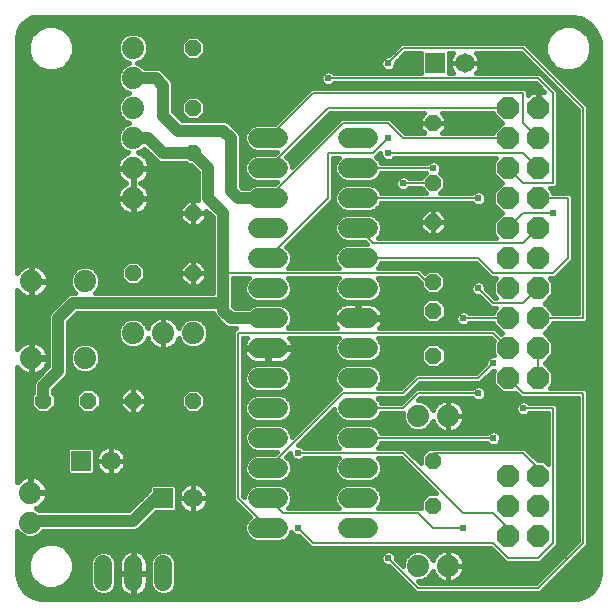
<source format=gtl>
G75*
G70*
%OFA0B0*%
%FSLAX24Y24*%
%IPPOS*%
%LPD*%
%AMOC8*
5,1,8,0,0,1.08239X$1,22.5*
%
%ADD10C,0.0650*%
%ADD11OC8,0.0560*%
%ADD12C,0.0740*%
%ADD13OC8,0.0520*%
%ADD14C,0.0650*%
%ADD15R,0.0650X0.0650*%
%ADD16C,0.0600*%
%ADD17OC8,0.0740*%
%ADD18C,0.0160*%
%ADD19C,0.0238*%
%ADD20C,0.0400*%
%ADD21C,0.0060*%
D10*
X008355Y003000D02*
X009005Y003000D01*
X009005Y004000D02*
X008355Y004000D01*
X008355Y005000D02*
X009005Y005000D01*
X009005Y006000D02*
X008355Y006000D01*
X008355Y007000D02*
X009005Y007000D01*
X009005Y008000D02*
X008355Y008000D01*
X008355Y009000D02*
X009005Y009000D01*
X009005Y010000D02*
X008355Y010000D01*
X008355Y011000D02*
X009005Y011000D01*
X009005Y012000D02*
X008355Y012000D01*
X008355Y013000D02*
X009005Y013000D01*
X009005Y014000D02*
X008355Y014000D01*
X008355Y015000D02*
X009005Y015000D01*
X009005Y016000D02*
X008355Y016000D01*
X011355Y016000D02*
X012005Y016000D01*
X012005Y015000D02*
X011355Y015000D01*
X011355Y014000D02*
X012005Y014000D01*
X012005Y013000D02*
X011355Y013000D01*
X011355Y012000D02*
X012005Y012000D01*
X012005Y011000D02*
X011355Y011000D01*
X011355Y010000D02*
X012005Y010000D01*
X012005Y009000D02*
X011355Y009000D01*
X011355Y008000D02*
X012005Y008000D01*
X012005Y007000D02*
X011355Y007000D01*
X011355Y006000D02*
X012005Y006000D01*
X012005Y005000D02*
X011355Y005000D01*
X011355Y004000D02*
X012005Y004000D01*
X012005Y003000D02*
X011355Y003000D01*
D11*
X014180Y003750D03*
X014180Y005250D03*
X014180Y008750D03*
X014180Y010250D03*
X002680Y007250D03*
X001180Y007250D03*
D12*
X000790Y008670D03*
X002570Y008670D03*
X004180Y009500D03*
X005180Y009500D03*
X006180Y009500D03*
X002570Y011230D03*
X000790Y011230D03*
X004180Y014000D03*
X004180Y015000D03*
X004180Y016000D03*
X004180Y017000D03*
X004180Y018000D03*
X004180Y019000D03*
X013680Y006750D03*
X014680Y006750D03*
X014680Y001750D03*
X013680Y001750D03*
X000756Y003186D03*
X000756Y004186D03*
D13*
X004180Y007250D03*
X006180Y007250D03*
X006180Y011500D03*
X006180Y013500D03*
X006180Y015500D03*
X006180Y017000D03*
X006180Y019000D03*
X004180Y011500D03*
X014180Y011200D03*
X014180Y013200D03*
X014180Y014500D03*
X014180Y016500D03*
D14*
X015230Y018500D03*
X003430Y005250D03*
X006180Y004000D03*
D15*
X005180Y004000D03*
X002430Y005250D03*
X014230Y018500D03*
D16*
X005180Y001800D02*
X005180Y001200D01*
X004180Y001200D02*
X004180Y001800D01*
X003180Y001800D02*
X003180Y001200D01*
D17*
X016680Y002750D03*
X016680Y003750D03*
X016680Y004750D03*
X017680Y004750D03*
X017680Y003750D03*
X017680Y002750D03*
X017680Y008000D03*
X017680Y009000D03*
X017680Y010000D03*
X017680Y011000D03*
X017680Y012000D03*
X017680Y013000D03*
X017680Y014000D03*
X017680Y015000D03*
X017680Y016000D03*
X017680Y017000D03*
X016680Y017000D03*
X016680Y016000D03*
X016680Y015000D03*
X016680Y014000D03*
X016680Y013000D03*
X016680Y012000D03*
X016680Y011000D03*
X016680Y010000D03*
X016680Y009000D03*
X016680Y008000D03*
D18*
X000781Y000732D02*
X000567Y000887D01*
X000412Y001101D01*
X000330Y001352D01*
X000320Y001484D01*
X000320Y002906D01*
X000324Y002897D01*
X000467Y002754D01*
X000655Y002676D01*
X000857Y002676D01*
X001045Y002754D01*
X001188Y002897D01*
X001194Y002910D01*
X004248Y002910D01*
X004373Y002962D01*
X004468Y003057D01*
X004946Y003535D01*
X005563Y003535D01*
X005645Y003617D01*
X005645Y004383D01*
X005563Y004465D01*
X004797Y004465D01*
X004715Y004383D01*
X004715Y004266D01*
X004039Y003590D01*
X001073Y003590D01*
X001045Y003618D01*
X000932Y003665D01*
X000967Y003676D01*
X001044Y003716D01*
X001114Y003767D01*
X001175Y003828D01*
X001226Y003898D01*
X001266Y003975D01*
X001292Y004057D01*
X001306Y004143D01*
X001306Y004166D01*
X000776Y004166D01*
X000776Y004206D01*
X001306Y004206D01*
X001306Y004229D01*
X001292Y004315D01*
X001266Y004397D01*
X001226Y004474D01*
X001175Y004544D01*
X001114Y004606D01*
X001044Y004656D01*
X000967Y004696D01*
X000885Y004723D01*
X000799Y004736D01*
X000776Y004736D01*
X000776Y004206D01*
X000736Y004206D01*
X000736Y004736D01*
X000713Y004736D01*
X000627Y004723D01*
X000545Y004696D01*
X000468Y004656D01*
X000398Y004606D01*
X000336Y004544D01*
X000320Y004522D01*
X000320Y008381D01*
X000370Y008312D01*
X000432Y008250D01*
X000502Y008200D01*
X000579Y008160D01*
X000661Y008134D01*
X000747Y008120D01*
X000770Y008120D01*
X000770Y008650D01*
X000810Y008650D01*
X000810Y008690D01*
X000770Y008690D01*
X000770Y009220D01*
X000747Y009220D01*
X000661Y009206D01*
X000579Y009180D01*
X000502Y009140D01*
X000432Y009090D01*
X000370Y009028D01*
X000320Y008959D01*
X000320Y010941D01*
X000370Y010872D01*
X000432Y010810D01*
X000502Y010760D01*
X000579Y010720D01*
X000661Y010694D01*
X000747Y010680D01*
X000770Y010680D01*
X000770Y011210D01*
X000810Y011210D01*
X000810Y011250D01*
X000770Y011250D01*
X000770Y011780D01*
X000747Y011780D01*
X000661Y011766D01*
X000579Y011740D01*
X000502Y011700D01*
X000432Y011650D01*
X000370Y011588D01*
X000320Y011519D01*
X000320Y019154D01*
X000327Y019164D01*
X000320Y019211D01*
X000320Y019259D01*
X000316Y019263D01*
X000311Y019335D01*
X000349Y019560D01*
X000455Y019761D01*
X000619Y019920D01*
X000823Y020021D01*
X000928Y020045D01*
X018582Y020045D01*
X018589Y020039D01*
X018639Y020045D01*
X018689Y020045D01*
X018691Y020047D01*
X018800Y020051D01*
X019099Y019990D01*
X019364Y019839D01*
X019571Y019614D01*
X019697Y019336D01*
X019725Y019190D01*
X019725Y001484D01*
X019715Y001352D01*
X019633Y001101D01*
X019478Y000887D01*
X019264Y000732D01*
X019013Y000650D01*
X018881Y000640D01*
X001164Y000640D01*
X001032Y000650D01*
X000781Y000732D01*
X000664Y000817D02*
X002955Y000817D01*
X002931Y000827D02*
X003092Y000760D01*
X003268Y000760D01*
X003429Y000827D01*
X003553Y000951D01*
X003620Y001112D01*
X003620Y001888D01*
X003553Y002049D01*
X003429Y002173D01*
X003268Y002240D01*
X003092Y002240D01*
X002931Y002173D01*
X002807Y002049D01*
X002740Y001888D01*
X002740Y001112D01*
X002807Y000951D01*
X002931Y000827D01*
X002797Y000976D02*
X000503Y000976D01*
X000401Y001134D02*
X000957Y001134D01*
X000994Y001097D02*
X001277Y000980D01*
X001583Y000980D01*
X001866Y001097D01*
X002083Y001314D01*
X002200Y001597D01*
X002200Y001903D01*
X002083Y002186D01*
X001866Y002403D01*
X001583Y002520D01*
X001277Y002520D01*
X000994Y002403D01*
X000777Y002186D01*
X000660Y001903D01*
X000660Y001597D01*
X000777Y001314D01*
X000994Y001097D01*
X000799Y001293D02*
X000350Y001293D01*
X000323Y001451D02*
X000720Y001451D01*
X000660Y001610D02*
X000320Y001610D01*
X000320Y001768D02*
X000660Y001768D01*
X000670Y001927D02*
X000320Y001927D01*
X000320Y002085D02*
X000735Y002085D01*
X000835Y002244D02*
X000320Y002244D01*
X000320Y002402D02*
X000993Y002402D01*
X000961Y002719D02*
X007979Y002719D01*
X007961Y002737D02*
X008092Y002606D01*
X008263Y002535D01*
X009097Y002535D01*
X009268Y002606D01*
X009399Y002737D01*
X009454Y002869D01*
X009460Y002853D01*
X009533Y002780D01*
X009628Y002741D01*
X009699Y002741D01*
X010110Y002330D01*
X016110Y002330D01*
X016510Y001930D01*
X016510Y001930D01*
X016610Y001830D01*
X017750Y001830D01*
X018250Y002330D01*
X018350Y002430D01*
X018350Y007070D01*
X018250Y007170D01*
X017376Y007170D01*
X017327Y007220D01*
X017232Y007259D01*
X017128Y007259D01*
X017033Y007220D01*
X016960Y007147D01*
X016921Y007052D01*
X016921Y006948D01*
X016960Y006853D01*
X017033Y006780D01*
X017128Y006741D01*
X017232Y006741D01*
X017327Y006780D01*
X017376Y006830D01*
X018010Y006830D01*
X018010Y005141D01*
X017891Y005260D01*
X017660Y005260D01*
X017250Y005670D01*
X014006Y005670D01*
X013760Y005424D01*
X013760Y005160D01*
X013350Y005570D01*
X013250Y005670D01*
X012332Y005670D01*
X012399Y005737D01*
X012437Y005830D01*
X015984Y005830D01*
X016033Y005780D01*
X016128Y005741D01*
X016232Y005741D01*
X016327Y005780D01*
X016400Y005853D01*
X016439Y005948D01*
X016439Y006052D01*
X016400Y006147D01*
X016327Y006220D01*
X016232Y006259D01*
X016128Y006259D01*
X016033Y006220D01*
X015984Y006170D01*
X012437Y006170D01*
X012399Y006263D01*
X012268Y006394D01*
X012097Y006465D01*
X011263Y006465D01*
X011092Y006394D01*
X010961Y006263D01*
X010890Y006092D01*
X010890Y005908D01*
X010961Y005737D01*
X011028Y005670D01*
X009876Y005670D01*
X009827Y005720D01*
X009732Y005759D01*
X009679Y005759D01*
X010890Y006970D01*
X010890Y006908D01*
X010961Y006737D01*
X011092Y006606D01*
X011263Y006535D01*
X012097Y006535D01*
X012268Y006606D01*
X012399Y006737D01*
X012437Y006830D01*
X013170Y006830D01*
X013170Y006649D01*
X013248Y006461D01*
X013391Y006318D01*
X013579Y006240D01*
X013781Y006240D01*
X013969Y006318D01*
X014112Y006461D01*
X014159Y006574D01*
X014170Y006539D01*
X014210Y006462D01*
X014260Y006392D01*
X014322Y006330D01*
X014392Y006280D01*
X014469Y006240D01*
X014551Y006214D01*
X014637Y006200D01*
X014680Y006200D01*
X014723Y006200D01*
X014809Y006214D01*
X014891Y006240D01*
X014968Y006280D01*
X015038Y006330D01*
X015100Y006392D01*
X015150Y006462D01*
X015190Y006539D01*
X015216Y006621D01*
X015230Y006707D01*
X015230Y006750D01*
X015230Y006793D01*
X015216Y006879D01*
X015190Y006961D01*
X015150Y007038D01*
X015100Y007108D01*
X015038Y007170D01*
X014968Y007220D01*
X014891Y007260D01*
X014809Y007286D01*
X014723Y007300D01*
X014680Y007300D01*
X014680Y006750D01*
X014680Y006750D01*
X015230Y006750D01*
X014680Y006750D01*
X014680Y006750D01*
X014680Y007300D01*
X014637Y007300D01*
X014551Y007286D01*
X014469Y007260D01*
X014392Y007220D01*
X014322Y007170D01*
X014260Y007108D01*
X014210Y007038D01*
X014170Y006961D01*
X014159Y006926D01*
X014112Y007039D01*
X013969Y007182D01*
X013781Y007260D01*
X013680Y007260D01*
X013750Y007330D01*
X015484Y007330D01*
X015533Y007280D01*
X015628Y007241D01*
X015732Y007241D01*
X015827Y007280D01*
X015900Y007353D01*
X015939Y007448D01*
X015939Y007552D01*
X015900Y007647D01*
X015827Y007720D01*
X015732Y007759D01*
X015628Y007759D01*
X015533Y007720D01*
X015484Y007670D01*
X013610Y007670D01*
X013110Y007170D01*
X012437Y007170D01*
X012399Y007263D01*
X012332Y007330D01*
X013250Y007330D01*
X013750Y007830D01*
X015750Y007830D01*
X016161Y008241D01*
X016200Y008241D01*
X016170Y008211D01*
X016170Y007789D01*
X016469Y007490D01*
X016891Y007490D01*
X016920Y007519D01*
X017110Y007330D01*
X019010Y007330D01*
X019010Y002570D01*
X017610Y001170D01*
X013750Y001170D01*
X013680Y001240D01*
X013781Y001240D01*
X013969Y001318D01*
X014112Y001461D01*
X014159Y001574D01*
X014170Y001539D01*
X014210Y001462D01*
X014260Y001392D01*
X014322Y001330D01*
X014392Y001280D01*
X014469Y001240D01*
X014551Y001214D01*
X014637Y001200D01*
X014680Y001200D01*
X014723Y001200D01*
X014809Y001214D01*
X014891Y001240D01*
X014968Y001280D01*
X015038Y001330D01*
X015100Y001392D01*
X015150Y001462D01*
X015190Y001539D01*
X015216Y001621D01*
X015230Y001707D01*
X015230Y001750D01*
X015230Y001793D01*
X015216Y001879D01*
X015190Y001961D01*
X015150Y002038D01*
X015100Y002108D01*
X015038Y002170D01*
X014968Y002220D01*
X014891Y002260D01*
X014809Y002286D01*
X014723Y002300D01*
X014680Y002300D01*
X014680Y001750D01*
X014680Y001750D01*
X015230Y001750D01*
X014680Y001750D01*
X014680Y001750D01*
X014680Y002300D01*
X014637Y002300D01*
X014551Y002286D01*
X014469Y002260D01*
X014392Y002220D01*
X014322Y002170D01*
X014260Y002108D01*
X014210Y002038D01*
X014170Y001961D01*
X014159Y001926D01*
X014112Y002039D01*
X013969Y002182D01*
X013781Y002260D01*
X013579Y002260D01*
X013391Y002182D01*
X013248Y002039D01*
X013170Y001851D01*
X013170Y001750D01*
X012939Y001981D01*
X012939Y002052D01*
X012900Y002147D01*
X012827Y002220D01*
X012732Y002259D01*
X012628Y002259D01*
X012533Y002220D01*
X012460Y002147D01*
X012421Y002052D01*
X012421Y001948D01*
X012460Y001853D01*
X012533Y001780D01*
X012628Y001741D01*
X012699Y001741D01*
X013510Y000930D01*
X013610Y000830D01*
X017750Y000830D01*
X019250Y002330D01*
X019350Y002430D01*
X019350Y007570D01*
X019250Y007670D01*
X018071Y007670D01*
X018190Y007789D01*
X018190Y008211D01*
X017901Y008500D01*
X018190Y008789D01*
X018190Y009211D01*
X017901Y009500D01*
X018190Y009789D01*
X018190Y009830D01*
X019250Y009830D01*
X019350Y009930D01*
X019350Y017070D01*
X019250Y017170D01*
X017250Y019170D01*
X013110Y019170D01*
X013010Y019070D01*
X012699Y018759D01*
X012628Y018759D01*
X012533Y018720D01*
X012460Y018647D01*
X012421Y018552D01*
X012421Y018448D01*
X012460Y018353D01*
X012533Y018280D01*
X012628Y018241D01*
X012732Y018241D01*
X012827Y018280D01*
X012900Y018353D01*
X012939Y018448D01*
X012939Y018519D01*
X013250Y018830D01*
X013765Y018830D01*
X013765Y018170D01*
X010876Y018170D01*
X010827Y018220D01*
X010732Y018259D01*
X010628Y018259D01*
X010533Y018220D01*
X010460Y018147D01*
X010421Y018052D01*
X010421Y017948D01*
X010460Y017853D01*
X010533Y017780D01*
X010628Y017741D01*
X010732Y017741D01*
X010827Y017780D01*
X010876Y017830D01*
X017610Y017830D01*
X017890Y017550D01*
X017700Y017550D01*
X017700Y017020D01*
X017660Y017020D01*
X017660Y017550D01*
X017452Y017550D01*
X017350Y017448D01*
X017350Y017570D01*
X017250Y017670D01*
X010110Y017670D01*
X008904Y016465D01*
X008263Y016465D01*
X008092Y016394D01*
X007961Y016263D01*
X007890Y016092D01*
X007890Y015908D01*
X007961Y015737D01*
X008092Y015606D01*
X008263Y015535D01*
X008975Y015535D01*
X008904Y015465D01*
X008263Y015465D01*
X008092Y015394D01*
X007961Y015263D01*
X007890Y015092D01*
X007890Y014908D01*
X007961Y014737D01*
X008092Y014606D01*
X008263Y014535D01*
X008975Y014535D01*
X008904Y014465D01*
X008263Y014465D01*
X008092Y014394D01*
X008038Y014340D01*
X007821Y014340D01*
X007770Y014391D01*
X007770Y016068D01*
X007718Y016193D01*
X007623Y016288D01*
X007373Y016538D01*
X007248Y016590D01*
X005821Y016590D01*
X005520Y016891D01*
X005520Y017818D01*
X005468Y017943D01*
X005373Y018038D01*
X005123Y018288D01*
X004998Y018340D01*
X004561Y018340D01*
X004469Y018432D01*
X004306Y018500D01*
X004469Y018568D01*
X004612Y018711D01*
X004690Y018899D01*
X004690Y019101D01*
X004612Y019289D01*
X004469Y019432D01*
X004281Y019510D01*
X004079Y019510D01*
X003891Y019432D01*
X003748Y019289D01*
X003670Y019101D01*
X003670Y018899D01*
X003748Y018711D01*
X003891Y018568D01*
X004054Y018500D01*
X003891Y018432D01*
X003748Y018289D01*
X003670Y018101D01*
X003670Y017899D01*
X003748Y017711D01*
X003891Y017568D01*
X004054Y017500D01*
X003891Y017432D01*
X003748Y017289D01*
X003670Y017101D01*
X003670Y016899D01*
X003748Y016711D01*
X003891Y016568D01*
X004054Y016500D01*
X003891Y016432D01*
X003748Y016289D01*
X003670Y016101D01*
X003670Y015899D01*
X003748Y015711D01*
X003891Y015568D01*
X004004Y015521D01*
X003969Y015510D01*
X003892Y015470D01*
X003822Y015420D01*
X003760Y015358D01*
X003710Y015288D01*
X003670Y015211D01*
X003644Y015129D01*
X003630Y015043D01*
X003630Y015020D01*
X004160Y015020D01*
X004160Y014980D01*
X003630Y014980D01*
X003630Y014957D01*
X003644Y014871D01*
X003670Y014789D01*
X003710Y014712D01*
X003760Y014642D01*
X003822Y014580D01*
X003892Y014530D01*
X003950Y014500D01*
X003892Y014470D01*
X003822Y014420D01*
X003760Y014358D01*
X003710Y014288D01*
X003670Y014211D01*
X003644Y014129D01*
X003630Y014043D01*
X003630Y014020D01*
X004160Y014020D01*
X004160Y014550D01*
X004160Y014980D01*
X004200Y014980D01*
X004200Y015020D01*
X004730Y015020D01*
X004730Y015043D01*
X004716Y015129D01*
X004690Y015211D01*
X004650Y015288D01*
X004600Y015358D01*
X004538Y015420D01*
X004468Y015470D01*
X004391Y015510D01*
X004356Y015521D01*
X004469Y015568D01*
X004550Y015649D01*
X004892Y015307D01*
X004987Y015212D01*
X005112Y015160D01*
X005954Y015160D01*
X006014Y015100D01*
X006099Y015100D01*
X006340Y014859D01*
X006340Y013940D01*
X006180Y013940D01*
X006180Y013500D01*
X006620Y013500D01*
X006620Y013579D01*
X006840Y013359D01*
X006840Y010840D01*
X002901Y010840D01*
X003002Y010941D01*
X003080Y011129D01*
X003080Y011331D01*
X003002Y011519D01*
X002859Y011662D01*
X002671Y011740D01*
X002469Y011740D01*
X002281Y011662D01*
X002138Y011519D01*
X002060Y011331D01*
X002060Y011129D01*
X002138Y010941D01*
X002239Y010840D01*
X002112Y010840D01*
X001987Y010788D01*
X001892Y010693D01*
X001392Y010193D01*
X001340Y010068D01*
X001340Y008391D01*
X000892Y007943D01*
X000840Y007818D01*
X000840Y007504D01*
X000760Y007424D01*
X000760Y007076D01*
X001006Y006830D01*
X001354Y006830D01*
X001600Y007076D01*
X001600Y007424D01*
X001520Y007504D01*
X001520Y007609D01*
X001873Y007962D01*
X001968Y008057D01*
X002020Y008182D01*
X002020Y009859D01*
X002321Y010160D01*
X006849Y010160D01*
X006892Y010057D01*
X007142Y009807D01*
X007237Y009712D01*
X007362Y009660D01*
X007600Y009660D01*
X007510Y009570D01*
X007510Y003930D01*
X007610Y003830D01*
X008069Y003371D01*
X007961Y003263D01*
X007890Y003092D01*
X007890Y002908D01*
X007961Y002737D01*
X007903Y002878D02*
X001169Y002878D01*
X000551Y002719D02*
X000320Y002719D01*
X000320Y002561D02*
X008202Y002561D01*
X007890Y003036D02*
X004447Y003036D01*
X004605Y003195D02*
X007933Y003195D01*
X008051Y003353D02*
X004764Y003353D01*
X004922Y003512D02*
X006049Y003512D01*
X006062Y003507D02*
X006140Y003495D01*
X006180Y003495D01*
X006220Y003495D01*
X006298Y003507D01*
X006374Y003532D01*
X006445Y003568D01*
X006509Y003615D01*
X006565Y003671D01*
X006612Y003735D01*
X006648Y003806D01*
X006673Y003882D01*
X006685Y003960D01*
X006685Y004000D01*
X006685Y004040D01*
X006673Y004118D01*
X006648Y004194D01*
X006612Y004265D01*
X006565Y004329D01*
X006509Y004385D01*
X006445Y004432D01*
X006374Y004468D01*
X006298Y004493D01*
X006220Y004505D01*
X006180Y004505D01*
X006180Y004000D01*
X006685Y004000D01*
X006180Y004000D01*
X006180Y004000D01*
X006180Y004000D01*
X006180Y003495D01*
X006180Y004000D01*
X006180Y004000D01*
X006180Y004000D01*
X005675Y004000D01*
X005675Y004040D01*
X005687Y004118D01*
X005712Y004194D01*
X005748Y004265D01*
X005795Y004329D01*
X005851Y004385D01*
X005915Y004432D01*
X005986Y004468D01*
X006062Y004493D01*
X006140Y004505D01*
X006180Y004505D01*
X006180Y004000D01*
X005675Y004000D01*
X005675Y003960D01*
X005687Y003882D01*
X005712Y003806D01*
X005748Y003735D01*
X005795Y003671D01*
X005851Y003615D01*
X005915Y003568D01*
X005986Y003532D01*
X006062Y003507D01*
X006180Y003512D02*
X006180Y003512D01*
X006311Y003512D02*
X007928Y003512D01*
X007770Y003670D02*
X006564Y003670D01*
X006655Y003829D02*
X007611Y003829D01*
X007510Y003987D02*
X006685Y003987D01*
X006664Y004146D02*
X007510Y004146D01*
X007510Y004304D02*
X006583Y004304D01*
X006385Y004463D02*
X007510Y004463D01*
X007510Y004621D02*
X001093Y004621D01*
X001232Y004463D02*
X004795Y004463D01*
X004715Y004304D02*
X001294Y004304D01*
X001306Y004146D02*
X004595Y004146D01*
X004436Y003987D02*
X001270Y003987D01*
X001176Y003829D02*
X004278Y003829D01*
X004119Y003670D02*
X000948Y003670D01*
X000776Y004304D02*
X000736Y004304D01*
X000736Y004463D02*
X000776Y004463D01*
X000776Y004621D02*
X000736Y004621D01*
X000419Y004621D02*
X000320Y004621D01*
X000320Y004780D02*
X003244Y004780D01*
X003236Y004782D02*
X003312Y004757D01*
X003390Y004745D01*
X003430Y004745D01*
X003470Y004745D01*
X003548Y004757D01*
X003624Y004782D01*
X003695Y004818D01*
X003759Y004865D01*
X003815Y004921D01*
X003862Y004985D01*
X003898Y005056D01*
X003923Y005132D01*
X003935Y005210D01*
X003935Y005250D01*
X003935Y005290D01*
X003923Y005368D01*
X003898Y005444D01*
X003862Y005515D01*
X003815Y005579D01*
X003759Y005635D01*
X003695Y005682D01*
X003624Y005718D01*
X003548Y005743D01*
X003470Y005755D01*
X003430Y005755D01*
X003430Y005250D01*
X003935Y005250D01*
X003430Y005250D01*
X003430Y005250D01*
X003430Y005250D01*
X003430Y004745D01*
X003430Y005250D01*
X003430Y005250D01*
X003430Y005250D01*
X002925Y005250D01*
X002925Y005290D01*
X002937Y005368D01*
X002962Y005444D01*
X002998Y005515D01*
X003045Y005579D01*
X003101Y005635D01*
X003165Y005682D01*
X003236Y005718D01*
X003312Y005743D01*
X003390Y005755D01*
X003430Y005755D01*
X003430Y005250D01*
X002925Y005250D01*
X002925Y005210D01*
X002937Y005132D01*
X002962Y005056D01*
X002998Y004985D01*
X003045Y004921D01*
X003101Y004865D01*
X003165Y004818D01*
X003236Y004782D01*
X003430Y004780D02*
X003430Y004780D01*
X003430Y004938D02*
X003430Y004938D01*
X003430Y005097D02*
X003430Y005097D01*
X003430Y005255D02*
X003430Y005255D01*
X003430Y005414D02*
X003430Y005414D01*
X003430Y005572D02*
X003430Y005572D01*
X003430Y005731D02*
X003430Y005731D01*
X003585Y005731D02*
X007510Y005731D01*
X007510Y005889D02*
X000320Y005889D01*
X000320Y005731D02*
X003275Y005731D01*
X003040Y005572D02*
X002895Y005572D01*
X002895Y005633D02*
X002813Y005715D01*
X002047Y005715D01*
X001965Y005633D01*
X001965Y004867D01*
X002047Y004785D01*
X002813Y004785D01*
X002895Y004867D01*
X002895Y005633D01*
X002895Y005414D02*
X002952Y005414D01*
X002925Y005255D02*
X002895Y005255D01*
X002895Y005097D02*
X002949Y005097D01*
X002895Y004938D02*
X003032Y004938D01*
X003616Y004780D02*
X007510Y004780D01*
X007510Y004938D02*
X003828Y004938D01*
X003911Y005097D02*
X007510Y005097D01*
X007510Y005255D02*
X003935Y005255D01*
X003908Y005414D02*
X007510Y005414D01*
X007510Y005572D02*
X003820Y005572D01*
X003998Y006810D02*
X004180Y006810D01*
X004362Y006810D01*
X004620Y007068D01*
X004620Y007250D01*
X004620Y007432D01*
X004362Y007690D01*
X004180Y007690D01*
X004180Y007250D01*
X004620Y007250D01*
X004180Y007250D01*
X004180Y007250D01*
X004180Y007250D01*
X004180Y006810D01*
X004180Y007250D01*
X004180Y007250D01*
X004180Y007250D01*
X003740Y007250D01*
X003740Y007432D01*
X003998Y007690D01*
X004180Y007690D01*
X004180Y007250D01*
X003740Y007250D01*
X003740Y007068D01*
X003998Y006810D01*
X003968Y006840D02*
X002864Y006840D01*
X002854Y006830D02*
X003100Y007076D01*
X003100Y007424D01*
X002854Y007670D01*
X002506Y007670D01*
X002260Y007424D01*
X002260Y007076D01*
X002506Y006830D01*
X002854Y006830D01*
X003022Y006999D02*
X003809Y006999D01*
X003740Y007157D02*
X003100Y007157D01*
X003100Y007316D02*
X003740Y007316D01*
X003782Y007474D02*
X003050Y007474D01*
X002891Y007633D02*
X003940Y007633D01*
X004180Y007633D02*
X004180Y007633D01*
X004180Y007474D02*
X004180Y007474D01*
X004180Y007316D02*
X004180Y007316D01*
X004180Y007157D02*
X004180Y007157D01*
X004180Y006999D02*
X004180Y006999D01*
X004180Y006840D02*
X004180Y006840D01*
X004392Y006840D02*
X007510Y006840D01*
X007510Y006682D02*
X000320Y006682D01*
X000320Y006840D02*
X000996Y006840D01*
X000838Y006999D02*
X000320Y006999D01*
X000320Y007157D02*
X000760Y007157D01*
X000760Y007316D02*
X000320Y007316D01*
X000320Y007474D02*
X000810Y007474D01*
X000840Y007633D02*
X000320Y007633D01*
X000320Y007791D02*
X000840Y007791D01*
X000899Y007950D02*
X000320Y007950D01*
X000320Y008108D02*
X001057Y008108D01*
X001001Y008160D02*
X001078Y008200D01*
X001148Y008250D01*
X001210Y008312D01*
X001260Y008382D01*
X001300Y008459D01*
X001326Y008541D01*
X001340Y008627D01*
X001340Y008650D01*
X000810Y008650D01*
X000810Y008120D01*
X000833Y008120D01*
X000919Y008134D01*
X001001Y008160D01*
X001164Y008267D02*
X001216Y008267D01*
X001282Y008425D02*
X001340Y008425D01*
X001333Y008584D02*
X001340Y008584D01*
X001340Y008690D02*
X001340Y008713D01*
X001326Y008799D01*
X001300Y008881D01*
X001260Y008958D01*
X001210Y009028D01*
X001148Y009090D01*
X001078Y009140D01*
X001001Y009180D01*
X000919Y009206D01*
X000833Y009220D01*
X000810Y009220D01*
X000810Y008690D01*
X001340Y008690D01*
X001335Y008742D02*
X001340Y008742D01*
X001340Y008901D02*
X001290Y008901D01*
X001340Y009059D02*
X001179Y009059D01*
X001340Y009218D02*
X000849Y009218D01*
X000810Y009218D02*
X000770Y009218D01*
X000731Y009218D02*
X000320Y009218D01*
X000320Y009376D02*
X001340Y009376D01*
X001340Y009535D02*
X000320Y009535D01*
X000320Y009693D02*
X001340Y009693D01*
X001340Y009852D02*
X000320Y009852D01*
X000320Y010010D02*
X001340Y010010D01*
X001382Y010169D02*
X000320Y010169D01*
X000320Y010327D02*
X001526Y010327D01*
X001685Y010486D02*
X000320Y010486D01*
X000320Y010644D02*
X001843Y010644D01*
X002022Y010803D02*
X001137Y010803D01*
X001148Y010810D02*
X001210Y010872D01*
X001260Y010942D01*
X001300Y011019D01*
X001326Y011101D01*
X001340Y011187D01*
X001340Y011210D01*
X000810Y011210D01*
X000810Y010680D01*
X000833Y010680D01*
X000919Y010694D01*
X001001Y010720D01*
X001078Y010760D01*
X001148Y010810D01*
X001270Y010961D02*
X002129Y010961D01*
X002064Y011120D02*
X001329Y011120D01*
X001340Y011250D02*
X001340Y011273D01*
X001326Y011359D01*
X001300Y011441D01*
X001260Y011518D01*
X001210Y011588D01*
X001148Y011650D01*
X001078Y011700D01*
X001001Y011740D01*
X000919Y011766D01*
X000833Y011780D01*
X000810Y011780D01*
X000810Y011250D01*
X001340Y011250D01*
X001339Y011278D02*
X002060Y011278D01*
X002104Y011437D02*
X001301Y011437D01*
X001203Y011595D02*
X002214Y011595D01*
X002926Y011595D02*
X003780Y011595D01*
X003780Y011666D02*
X003780Y011334D01*
X004014Y011100D01*
X004346Y011100D01*
X004580Y011334D01*
X004580Y011666D01*
X004346Y011900D01*
X004014Y011900D01*
X003780Y011666D01*
X003868Y011754D02*
X000959Y011754D01*
X000810Y011754D02*
X000770Y011754D01*
X000621Y011754D02*
X000320Y011754D01*
X000320Y011912D02*
X005970Y011912D01*
X005998Y011940D02*
X005740Y011682D01*
X005740Y011500D01*
X006180Y011500D01*
X006620Y011500D01*
X006620Y011682D01*
X006362Y011940D01*
X006180Y011940D01*
X006180Y011500D01*
X006180Y011500D01*
X006180Y011500D01*
X006620Y011500D01*
X006620Y011318D01*
X006362Y011060D01*
X006180Y011060D01*
X006180Y011500D01*
X006180Y011500D01*
X006180Y011500D01*
X006180Y011940D01*
X005998Y011940D01*
X006180Y011912D02*
X006180Y011912D01*
X006180Y011754D02*
X006180Y011754D01*
X006180Y011595D02*
X006180Y011595D01*
X006180Y011500D02*
X005740Y011500D01*
X005740Y011318D01*
X005998Y011060D01*
X006180Y011060D01*
X006180Y011500D01*
X006180Y011437D02*
X006180Y011437D01*
X006180Y011278D02*
X006180Y011278D01*
X006180Y011120D02*
X006180Y011120D01*
X006422Y011120D02*
X006840Y011120D01*
X006840Y011278D02*
X006580Y011278D01*
X006620Y011437D02*
X006840Y011437D01*
X006840Y011595D02*
X006620Y011595D01*
X006549Y011754D02*
X006840Y011754D01*
X006840Y011912D02*
X006390Y011912D01*
X006840Y012071D02*
X000320Y012071D01*
X000320Y012229D02*
X006840Y012229D01*
X006840Y012388D02*
X000320Y012388D01*
X000320Y012546D02*
X006840Y012546D01*
X006840Y012705D02*
X000320Y012705D01*
X000320Y012863D02*
X006840Y012863D01*
X006840Y013022D02*
X000320Y013022D01*
X000320Y013180D02*
X005878Y013180D01*
X005998Y013060D02*
X006180Y013060D01*
X006362Y013060D01*
X006620Y013318D01*
X006620Y013500D01*
X006180Y013500D01*
X006180Y013500D01*
X006180Y013500D01*
X006180Y013060D01*
X006180Y013500D01*
X006180Y013500D01*
X006180Y013500D01*
X005740Y013500D01*
X005740Y013682D01*
X005998Y013940D01*
X006180Y013940D01*
X006180Y013500D01*
X005740Y013500D01*
X005740Y013318D01*
X005998Y013060D01*
X006180Y013180D02*
X006180Y013180D01*
X006180Y013339D02*
X006180Y013339D01*
X006180Y013497D02*
X006180Y013497D01*
X006180Y013656D02*
X006180Y013656D01*
X006180Y013814D02*
X006180Y013814D01*
X006340Y013973D02*
X004730Y013973D01*
X004730Y013980D02*
X004200Y013980D01*
X004200Y014020D01*
X004730Y014020D01*
X004730Y014043D01*
X004716Y014129D01*
X004690Y014211D01*
X004650Y014288D01*
X004600Y014358D01*
X004538Y014420D01*
X004468Y014470D01*
X004410Y014500D01*
X004468Y014530D01*
X004538Y014580D01*
X004600Y014642D01*
X004650Y014712D01*
X004690Y014789D01*
X004716Y014871D01*
X004730Y014957D01*
X004730Y014980D01*
X004200Y014980D01*
X004200Y014020D01*
X004160Y014020D01*
X004160Y013980D01*
X004200Y013980D01*
X004200Y013450D01*
X004223Y013450D01*
X004309Y013464D01*
X004391Y013490D01*
X004468Y013530D01*
X004538Y013580D01*
X004600Y013642D01*
X004650Y013712D01*
X004690Y013789D01*
X004716Y013871D01*
X004730Y013957D01*
X004730Y013980D01*
X004716Y014131D02*
X006340Y014131D01*
X006340Y014290D02*
X004649Y014290D01*
X004499Y014448D02*
X006340Y014448D01*
X006340Y014607D02*
X004564Y014607D01*
X004678Y014765D02*
X006340Y014765D01*
X006276Y014924D02*
X004725Y014924D01*
X004724Y015082D02*
X006117Y015082D01*
X004959Y015241D02*
X004675Y015241D01*
X004559Y015399D02*
X004800Y015399D01*
X004642Y015558D02*
X004444Y015558D01*
X003916Y015558D02*
X000320Y015558D01*
X000320Y015716D02*
X003746Y015716D01*
X003680Y015875D02*
X000320Y015875D01*
X000320Y016033D02*
X003670Y016033D01*
X003707Y016192D02*
X000320Y016192D01*
X000320Y016350D02*
X003809Y016350D01*
X003792Y016667D02*
X000320Y016667D01*
X000320Y016509D02*
X004034Y016509D01*
X003700Y016826D02*
X000320Y016826D01*
X000320Y016984D02*
X003670Y016984D01*
X003687Y017143D02*
X000320Y017143D01*
X000320Y017301D02*
X003760Y017301D01*
X003957Y017460D02*
X000320Y017460D01*
X000320Y017618D02*
X003841Y017618D01*
X003721Y017777D02*
X000320Y017777D01*
X000320Y017935D02*
X003670Y017935D01*
X003670Y018094D02*
X000320Y018094D01*
X000320Y018252D02*
X001224Y018252D01*
X001277Y018230D02*
X001583Y018230D01*
X001866Y018347D01*
X002083Y018564D01*
X002200Y018847D01*
X002200Y019153D01*
X002083Y019436D01*
X001866Y019653D01*
X001583Y019770D01*
X001277Y019770D01*
X000994Y019653D01*
X000777Y019436D01*
X000660Y019153D01*
X000660Y018847D01*
X000777Y018564D01*
X000994Y018347D01*
X001277Y018230D01*
X001636Y018252D02*
X003732Y018252D01*
X003869Y018411D02*
X001929Y018411D01*
X002085Y018569D02*
X003890Y018569D01*
X003741Y018728D02*
X002150Y018728D01*
X002200Y018886D02*
X003675Y018886D01*
X003670Y019045D02*
X002200Y019045D01*
X002179Y019203D02*
X003712Y019203D01*
X003820Y019362D02*
X002114Y019362D01*
X001999Y019520D02*
X018111Y019520D01*
X018027Y019436D02*
X017910Y019153D01*
X017910Y018847D01*
X018027Y018564D01*
X018244Y018347D01*
X018527Y018230D01*
X018833Y018230D01*
X019116Y018347D01*
X019333Y018564D01*
X019450Y018847D01*
X019450Y019153D01*
X019333Y019436D01*
X019116Y019653D01*
X018833Y019770D01*
X018527Y019770D01*
X018244Y019653D01*
X018027Y019436D01*
X017996Y019362D02*
X006384Y019362D01*
X006346Y019400D02*
X006014Y019400D01*
X005780Y019166D01*
X005780Y018834D01*
X006014Y018600D01*
X006346Y018600D01*
X006580Y018834D01*
X006580Y019166D01*
X006346Y019400D01*
X006543Y019203D02*
X017931Y019203D01*
X017910Y019045D02*
X017376Y019045D01*
X017534Y018886D02*
X017910Y018886D01*
X017960Y018728D02*
X017693Y018728D01*
X017851Y018569D02*
X018025Y018569D01*
X018010Y018411D02*
X018181Y018411D01*
X018168Y018252D02*
X018474Y018252D01*
X018327Y018094D02*
X019725Y018094D01*
X019725Y018252D02*
X018886Y018252D01*
X019179Y018411D02*
X019725Y018411D01*
X019725Y018569D02*
X019335Y018569D01*
X019400Y018728D02*
X019725Y018728D01*
X019725Y018886D02*
X019450Y018886D01*
X019450Y019045D02*
X019725Y019045D01*
X019722Y019203D02*
X019429Y019203D01*
X019364Y019362D02*
X019685Y019362D01*
X019613Y019520D02*
X019249Y019520D01*
X019054Y019679D02*
X019511Y019679D01*
X019366Y019837D02*
X000533Y019837D01*
X000412Y019679D02*
X001056Y019679D01*
X000861Y019520D02*
X000343Y019520D01*
X000316Y019362D02*
X000746Y019362D01*
X000681Y019203D02*
X000321Y019203D01*
X000320Y019045D02*
X000660Y019045D01*
X000660Y018886D02*
X000320Y018886D01*
X000320Y018728D02*
X000710Y018728D01*
X000775Y018569D02*
X000320Y018569D01*
X000320Y018411D02*
X000931Y018411D01*
X001804Y019679D02*
X018306Y019679D01*
X019071Y019996D02*
X000771Y019996D01*
X004540Y019362D02*
X005976Y019362D01*
X005817Y019203D02*
X004648Y019203D01*
X004690Y019045D02*
X005780Y019045D01*
X005780Y018886D02*
X004685Y018886D01*
X004619Y018728D02*
X005887Y018728D01*
X006473Y018728D02*
X012552Y018728D01*
X012428Y018569D02*
X004470Y018569D01*
X004491Y018411D02*
X012437Y018411D01*
X012602Y018252D02*
X010748Y018252D01*
X010612Y018252D02*
X005159Y018252D01*
X005317Y018094D02*
X010438Y018094D01*
X010427Y017935D02*
X005471Y017935D01*
X005520Y017777D02*
X010543Y017777D01*
X010817Y017777D02*
X017663Y017777D01*
X017822Y017618D02*
X017302Y017618D01*
X017350Y017460D02*
X017362Y017460D01*
X017660Y017460D02*
X017700Y017460D01*
X017700Y017301D02*
X017660Y017301D01*
X017660Y017143D02*
X017700Y017143D01*
X018250Y017670D02*
X017750Y018170D01*
X017610Y018170D01*
X015614Y018170D01*
X015615Y018171D01*
X015662Y018235D01*
X015698Y018306D01*
X015723Y018382D01*
X015735Y018460D01*
X015735Y018500D01*
X015735Y018540D01*
X015723Y018618D01*
X015698Y018694D01*
X015662Y018765D01*
X015615Y018829D01*
X015614Y018830D01*
X017110Y018830D01*
X019010Y016930D01*
X019010Y010170D01*
X018190Y010170D01*
X018190Y010211D01*
X017901Y010500D01*
X018190Y010789D01*
X018190Y011211D01*
X018071Y011330D01*
X018250Y011330D01*
X018750Y011830D01*
X018850Y011930D01*
X018850Y014070D01*
X018750Y014170D01*
X018190Y014170D01*
X018190Y014211D01*
X018071Y014330D01*
X018250Y014330D01*
X018350Y014430D01*
X018350Y017570D01*
X018250Y017670D01*
X018302Y017618D02*
X018322Y017618D01*
X018350Y017460D02*
X018480Y017460D01*
X018350Y017301D02*
X018639Y017301D01*
X018797Y017143D02*
X018350Y017143D01*
X018350Y016984D02*
X018956Y016984D01*
X019010Y016826D02*
X018350Y016826D01*
X018350Y016667D02*
X019010Y016667D01*
X019010Y016509D02*
X018350Y016509D01*
X018350Y016350D02*
X019010Y016350D01*
X019010Y016192D02*
X018350Y016192D01*
X018350Y016033D02*
X019010Y016033D01*
X019010Y015875D02*
X018350Y015875D01*
X018350Y015716D02*
X019010Y015716D01*
X019010Y015558D02*
X018350Y015558D01*
X018350Y015399D02*
X019010Y015399D01*
X019010Y015241D02*
X018350Y015241D01*
X018350Y015082D02*
X019010Y015082D01*
X019010Y014924D02*
X018350Y014924D01*
X018350Y014765D02*
X019010Y014765D01*
X019010Y014607D02*
X018350Y014607D01*
X018350Y014448D02*
X019010Y014448D01*
X019010Y014290D02*
X018112Y014290D01*
X018789Y014131D02*
X019010Y014131D01*
X019010Y013973D02*
X018850Y013973D01*
X018850Y013814D02*
X019010Y013814D01*
X019010Y013656D02*
X018850Y013656D01*
X018850Y013497D02*
X019010Y013497D01*
X019010Y013339D02*
X018850Y013339D01*
X018850Y013180D02*
X019010Y013180D01*
X019010Y013022D02*
X018850Y013022D01*
X018850Y012863D02*
X019010Y012863D01*
X019010Y012705D02*
X018850Y012705D01*
X018850Y012546D02*
X019010Y012546D01*
X019010Y012388D02*
X018850Y012388D01*
X018850Y012229D02*
X019010Y012229D01*
X019010Y012071D02*
X018850Y012071D01*
X018832Y011912D02*
X019010Y011912D01*
X019010Y011754D02*
X018674Y011754D01*
X018515Y011595D02*
X019010Y011595D01*
X019010Y011437D02*
X018357Y011437D01*
X018123Y011278D02*
X019010Y011278D01*
X019010Y011120D02*
X018190Y011120D01*
X018190Y010961D02*
X019010Y010961D01*
X019010Y010803D02*
X018190Y010803D01*
X018045Y010644D02*
X019010Y010644D01*
X019010Y010486D02*
X017916Y010486D01*
X018074Y010327D02*
X019010Y010327D01*
X019350Y010327D02*
X019725Y010327D01*
X019725Y010169D02*
X019350Y010169D01*
X019350Y010010D02*
X019725Y010010D01*
X019725Y009852D02*
X019272Y009852D01*
X019725Y009693D02*
X018094Y009693D01*
X017936Y009535D02*
X019725Y009535D01*
X019725Y009376D02*
X018025Y009376D01*
X018184Y009218D02*
X019725Y009218D01*
X019725Y009059D02*
X018190Y009059D01*
X018190Y008901D02*
X019725Y008901D01*
X019725Y008742D02*
X018143Y008742D01*
X017985Y008584D02*
X019725Y008584D01*
X019725Y008425D02*
X017976Y008425D01*
X018135Y008267D02*
X019725Y008267D01*
X019725Y008108D02*
X018190Y008108D01*
X018190Y007950D02*
X019725Y007950D01*
X019725Y007791D02*
X018190Y007791D01*
X018263Y007157D02*
X019010Y007157D01*
X019010Y006999D02*
X018350Y006999D01*
X018350Y006840D02*
X019010Y006840D01*
X019010Y006682D02*
X018350Y006682D01*
X018350Y006523D02*
X019010Y006523D01*
X019010Y006365D02*
X018350Y006365D01*
X018350Y006206D02*
X019010Y006206D01*
X019010Y006048D02*
X018350Y006048D01*
X018350Y005889D02*
X019010Y005889D01*
X019010Y005731D02*
X018350Y005731D01*
X018350Y005572D02*
X019010Y005572D01*
X019010Y005414D02*
X018350Y005414D01*
X018350Y005255D02*
X019010Y005255D01*
X019010Y005097D02*
X018350Y005097D01*
X018350Y004938D02*
X019010Y004938D01*
X019010Y004780D02*
X018350Y004780D01*
X018350Y004621D02*
X019010Y004621D01*
X019010Y004463D02*
X018350Y004463D01*
X018350Y004304D02*
X019010Y004304D01*
X019010Y004146D02*
X018350Y004146D01*
X018350Y003987D02*
X019010Y003987D01*
X019010Y003829D02*
X018350Y003829D01*
X018350Y003670D02*
X019010Y003670D01*
X019010Y003512D02*
X018350Y003512D01*
X018350Y003353D02*
X019010Y003353D01*
X019010Y003195D02*
X018350Y003195D01*
X018350Y003036D02*
X019010Y003036D01*
X019010Y002878D02*
X018350Y002878D01*
X018350Y002719D02*
X019010Y002719D01*
X019000Y002561D02*
X018350Y002561D01*
X018322Y002402D02*
X018842Y002402D01*
X018683Y002244D02*
X018164Y002244D01*
X018005Y002085D02*
X018525Y002085D01*
X018366Y001927D02*
X017847Y001927D01*
X018049Y001610D02*
X015213Y001610D01*
X015230Y001768D02*
X018208Y001768D01*
X018371Y001451D02*
X019722Y001451D01*
X019725Y001610D02*
X018530Y001610D01*
X018688Y001768D02*
X019725Y001768D01*
X019725Y001927D02*
X018847Y001927D01*
X019005Y002085D02*
X019725Y002085D01*
X019725Y002244D02*
X019164Y002244D01*
X019322Y002402D02*
X019725Y002402D01*
X019725Y002561D02*
X019350Y002561D01*
X019350Y002719D02*
X019725Y002719D01*
X019725Y002878D02*
X019350Y002878D01*
X019350Y003036D02*
X019725Y003036D01*
X019725Y003195D02*
X019350Y003195D01*
X019350Y003353D02*
X019725Y003353D01*
X019725Y003512D02*
X019350Y003512D01*
X019350Y003670D02*
X019725Y003670D01*
X019725Y003829D02*
X019350Y003829D01*
X019350Y003987D02*
X019725Y003987D01*
X019725Y004146D02*
X019350Y004146D01*
X019350Y004304D02*
X019725Y004304D01*
X019725Y004463D02*
X019350Y004463D01*
X019350Y004621D02*
X019725Y004621D01*
X019725Y004780D02*
X019350Y004780D01*
X019350Y004938D02*
X019725Y004938D01*
X019725Y005097D02*
X019350Y005097D01*
X019350Y005255D02*
X019725Y005255D01*
X019725Y005414D02*
X019350Y005414D01*
X019350Y005572D02*
X019725Y005572D01*
X019725Y005731D02*
X019350Y005731D01*
X019350Y005889D02*
X019725Y005889D01*
X019725Y006048D02*
X019350Y006048D01*
X019350Y006206D02*
X019725Y006206D01*
X019725Y006365D02*
X019350Y006365D01*
X019350Y006523D02*
X019725Y006523D01*
X019725Y006682D02*
X019350Y006682D01*
X019350Y006840D02*
X019725Y006840D01*
X019725Y006999D02*
X019350Y006999D01*
X019350Y007157D02*
X019725Y007157D01*
X019725Y007316D02*
X019350Y007316D01*
X019350Y007474D02*
X019725Y007474D01*
X019725Y007633D02*
X019288Y007633D01*
X019010Y007316D02*
X015862Y007316D01*
X015939Y007474D02*
X016966Y007474D01*
X016971Y007157D02*
X015051Y007157D01*
X015171Y006999D02*
X016921Y006999D01*
X016974Y006840D02*
X015223Y006840D01*
X015226Y006682D02*
X018010Y006682D01*
X018010Y006523D02*
X015182Y006523D01*
X015072Y006365D02*
X018010Y006365D01*
X018010Y006206D02*
X016340Y006206D01*
X016439Y006048D02*
X018010Y006048D01*
X018010Y005889D02*
X016414Y005889D01*
X016020Y006206D02*
X014761Y006206D01*
X014680Y006206D02*
X014680Y006206D01*
X014680Y006200D02*
X014680Y006750D01*
X014680Y006750D01*
X014680Y006200D01*
X014599Y006206D02*
X012423Y006206D01*
X012298Y006365D02*
X013344Y006365D01*
X013222Y006523D02*
X010443Y006523D01*
X010285Y006365D02*
X011062Y006365D01*
X010937Y006206D02*
X010126Y006206D01*
X009968Y006048D02*
X010890Y006048D01*
X010898Y005889D02*
X009809Y005889D01*
X009800Y005731D02*
X010967Y005731D01*
X011028Y005330D02*
X010961Y005263D01*
X010890Y005092D01*
X010890Y004908D01*
X010961Y004737D01*
X011092Y004606D01*
X011263Y004535D01*
X012097Y004535D01*
X012268Y004606D01*
X012399Y004737D01*
X012470Y004908D01*
X012470Y005092D01*
X012399Y005263D01*
X012332Y005330D01*
X013110Y005330D01*
X014270Y004170D01*
X014006Y004170D01*
X013760Y003924D01*
X013760Y003660D01*
X013750Y003670D01*
X012332Y003670D01*
X012399Y003737D01*
X012470Y003908D01*
X012470Y004092D01*
X012399Y004263D01*
X012268Y004394D01*
X012097Y004465D01*
X011263Y004465D01*
X011092Y004394D01*
X010961Y004263D01*
X010890Y004092D01*
X010890Y003908D01*
X010961Y003737D01*
X011028Y003670D01*
X009332Y003670D01*
X009399Y003737D01*
X009470Y003908D01*
X009470Y004092D01*
X009399Y004263D01*
X009268Y004394D01*
X009097Y004465D01*
X008263Y004465D01*
X008092Y004394D01*
X007961Y004263D01*
X007890Y004092D01*
X007890Y004030D01*
X007850Y004070D01*
X007850Y009330D01*
X007971Y009330D01*
X007970Y009329D01*
X007923Y009265D01*
X007887Y009194D01*
X007863Y009118D01*
X007850Y009040D01*
X007850Y009028D01*
X008652Y009028D01*
X008652Y008972D01*
X008708Y008972D01*
X008708Y009028D01*
X009510Y009028D01*
X009510Y009040D01*
X009497Y009118D01*
X009473Y009194D01*
X009437Y009265D01*
X009390Y009329D01*
X009389Y009330D01*
X011028Y009330D01*
X010961Y009263D01*
X010890Y009092D01*
X010890Y008908D01*
X010961Y008737D01*
X011092Y008606D01*
X011263Y008535D01*
X012097Y008535D01*
X012268Y008606D01*
X012399Y008737D01*
X012470Y008908D01*
X012470Y009092D01*
X012399Y009263D01*
X012332Y009330D01*
X016110Y009330D01*
X016199Y009240D01*
X016170Y009211D01*
X016170Y008789D01*
X016200Y008759D01*
X016128Y008759D01*
X016033Y008720D01*
X015960Y008647D01*
X015921Y008552D01*
X015921Y008481D01*
X015610Y008170D01*
X013610Y008170D01*
X013510Y008070D01*
X013110Y007670D01*
X012332Y007670D01*
X012399Y007737D01*
X012470Y007908D01*
X012470Y008092D01*
X012399Y008263D01*
X012268Y008394D01*
X012097Y008465D01*
X011263Y008465D01*
X011092Y008394D01*
X010961Y008263D01*
X010890Y008092D01*
X010890Y007908D01*
X010961Y007737D01*
X011069Y007629D01*
X011010Y007570D01*
X009470Y006030D01*
X009470Y006092D01*
X009399Y006263D01*
X009268Y006394D01*
X009097Y006465D01*
X008263Y006465D01*
X008092Y006394D01*
X007961Y006263D01*
X007890Y006092D01*
X007890Y005908D01*
X007961Y005737D01*
X008092Y005606D01*
X008263Y005535D01*
X008975Y005535D01*
X008904Y005465D01*
X008263Y005465D01*
X008092Y005394D01*
X007961Y005263D01*
X007890Y005092D01*
X007890Y004908D01*
X007961Y004737D01*
X008092Y004606D01*
X008263Y004535D01*
X009097Y004535D01*
X009268Y004606D01*
X009399Y004737D01*
X009470Y004908D01*
X009470Y005092D01*
X009399Y005263D01*
X009291Y005371D01*
X009421Y005501D01*
X009421Y005448D01*
X009460Y005353D01*
X009533Y005280D01*
X009628Y005241D01*
X009732Y005241D01*
X009827Y005280D01*
X009876Y005330D01*
X011028Y005330D01*
X010958Y005255D02*
X009765Y005255D01*
X009595Y005255D02*
X009402Y005255D01*
X009435Y005414D02*
X009334Y005414D01*
X009468Y005097D02*
X010892Y005097D01*
X010890Y004938D02*
X009470Y004938D01*
X009417Y004780D02*
X010943Y004780D01*
X011077Y004621D02*
X009283Y004621D01*
X009103Y004463D02*
X011257Y004463D01*
X011002Y004304D02*
X009358Y004304D01*
X009448Y004146D02*
X010912Y004146D01*
X010890Y003987D02*
X009470Y003987D01*
X009437Y003829D02*
X010923Y003829D01*
X011028Y003670D02*
X009332Y003670D01*
X009381Y002719D02*
X009721Y002719D01*
X009879Y002561D02*
X009158Y002561D01*
X010038Y002402D02*
X001867Y002402D01*
X002025Y002244D02*
X003993Y002244D01*
X003996Y002245D02*
X003928Y002211D01*
X003867Y002166D01*
X003814Y002113D01*
X003769Y002052D01*
X003735Y001984D01*
X003712Y001912D01*
X003700Y001838D01*
X003700Y001520D01*
X004160Y001520D01*
X004160Y002280D01*
X004142Y002280D01*
X004068Y002268D01*
X003996Y002245D01*
X004160Y002244D02*
X004200Y002244D01*
X004200Y002280D02*
X004200Y001520D01*
X004160Y001520D01*
X004160Y001480D01*
X003700Y001480D01*
X003700Y001162D01*
X003712Y001088D01*
X003735Y001016D01*
X003769Y000948D01*
X003814Y000887D01*
X003867Y000834D01*
X003928Y000789D01*
X003996Y000755D01*
X004068Y000732D01*
X004142Y000720D01*
X004160Y000720D01*
X004160Y001480D01*
X004200Y001480D01*
X004200Y001520D01*
X004660Y001520D01*
X004660Y001838D01*
X004648Y001912D01*
X004625Y001984D01*
X004591Y002052D01*
X004546Y002113D01*
X004493Y002166D01*
X004432Y002211D01*
X004364Y002245D01*
X004292Y002268D01*
X004218Y002280D01*
X004200Y002280D01*
X004367Y002244D02*
X012591Y002244D01*
X012769Y002244D02*
X013539Y002244D01*
X013821Y002244D02*
X014437Y002244D01*
X014244Y002085D02*
X014066Y002085D01*
X014159Y001927D02*
X014159Y001927D01*
X014102Y001451D02*
X014217Y001451D01*
X014374Y001293D02*
X013908Y001293D01*
X013464Y000976D02*
X005563Y000976D01*
X005553Y000951D02*
X005620Y001112D01*
X005620Y001888D01*
X005553Y002049D01*
X005429Y002173D01*
X005268Y002240D01*
X005092Y002240D01*
X004931Y002173D01*
X004807Y002049D01*
X004740Y001888D01*
X004740Y001112D01*
X004807Y000951D01*
X004931Y000827D01*
X005092Y000760D01*
X005268Y000760D01*
X005429Y000827D01*
X005553Y000951D01*
X005620Y001134D02*
X013306Y001134D01*
X013147Y001293D02*
X005620Y001293D01*
X005620Y001451D02*
X012989Y001451D01*
X012830Y001610D02*
X005620Y001610D01*
X005620Y001768D02*
X012563Y001768D01*
X012430Y001927D02*
X005604Y001927D01*
X005517Y002085D02*
X012435Y002085D01*
X012925Y002085D02*
X013294Y002085D01*
X013201Y001927D02*
X012994Y001927D01*
X013152Y001768D02*
X013170Y001768D01*
X014680Y001768D02*
X014680Y001768D01*
X014680Y001750D02*
X014680Y001200D01*
X014680Y001750D01*
X014680Y001750D01*
X014680Y001610D02*
X014680Y001610D01*
X014680Y001451D02*
X014680Y001451D01*
X014680Y001293D02*
X014680Y001293D01*
X014986Y001293D02*
X017732Y001293D01*
X017891Y001451D02*
X015143Y001451D01*
X015201Y001927D02*
X016513Y001927D01*
X016355Y002085D02*
X015116Y002085D01*
X014923Y002244D02*
X016196Y002244D01*
X014680Y002244D02*
X014680Y002244D01*
X014680Y002085D02*
X014680Y002085D01*
X014680Y001927D02*
X014680Y001927D01*
X013760Y003670D02*
X012332Y003670D01*
X012437Y003829D02*
X013760Y003829D01*
X013823Y003987D02*
X012470Y003987D01*
X012448Y004146D02*
X013982Y004146D01*
X014136Y004304D02*
X012358Y004304D01*
X012103Y004463D02*
X013977Y004463D01*
X013819Y004621D02*
X012283Y004621D01*
X012417Y004780D02*
X013660Y004780D01*
X013502Y004938D02*
X012470Y004938D01*
X012468Y005097D02*
X013343Y005097D01*
X013185Y005255D02*
X012402Y005255D01*
X012393Y005731D02*
X018010Y005731D01*
X018010Y005572D02*
X017348Y005572D01*
X017507Y005414D02*
X018010Y005414D01*
X018010Y005255D02*
X017896Y005255D01*
X016326Y007633D02*
X015906Y007633D01*
X016170Y007791D02*
X013711Y007791D01*
X013572Y007633D02*
X013553Y007633D01*
X013414Y007474D02*
X013394Y007474D01*
X013255Y007316D02*
X012347Y007316D01*
X012421Y007791D02*
X013231Y007791D01*
X013389Y007950D02*
X012470Y007950D01*
X012463Y008108D02*
X013548Y008108D01*
X013911Y008425D02*
X012193Y008425D01*
X012214Y008584D02*
X013760Y008584D01*
X013760Y008576D02*
X014006Y008330D01*
X014354Y008330D01*
X014600Y008576D01*
X014600Y008924D01*
X014354Y009170D01*
X014006Y009170D01*
X013760Y008924D01*
X013760Y008576D01*
X013760Y008742D02*
X012401Y008742D01*
X012467Y008901D02*
X013760Y008901D01*
X013895Y009059D02*
X012470Y009059D01*
X012418Y009218D02*
X016176Y009218D01*
X016170Y009059D02*
X014465Y009059D01*
X014600Y008901D02*
X016170Y008901D01*
X016087Y008742D02*
X014600Y008742D01*
X014600Y008584D02*
X015934Y008584D01*
X015865Y008425D02*
X014449Y008425D01*
X014309Y007157D02*
X013994Y007157D01*
X014129Y006999D02*
X014189Y006999D01*
X014178Y006523D02*
X014138Y006523D01*
X014016Y006365D02*
X014288Y006365D01*
X014680Y006365D02*
X014680Y006365D01*
X014680Y006523D02*
X014680Y006523D01*
X014680Y006682D02*
X014680Y006682D01*
X014680Y006840D02*
X014680Y006840D01*
X014680Y006999D02*
X014680Y006999D01*
X014680Y007157D02*
X014680Y007157D01*
X015498Y007316D02*
X013736Y007316D01*
X013170Y006682D02*
X012344Y006682D01*
X013348Y005572D02*
X013908Y005572D01*
X013760Y005414D02*
X013507Y005414D01*
X013665Y005255D02*
X013760Y005255D01*
X011065Y007633D02*
X009295Y007633D01*
X009268Y007606D02*
X009399Y007737D01*
X009470Y007908D01*
X009470Y008092D01*
X009399Y008263D01*
X009268Y008394D01*
X009097Y008465D01*
X008263Y008465D01*
X008092Y008394D01*
X007961Y008263D01*
X007890Y008092D01*
X007890Y007908D01*
X007961Y007737D01*
X008092Y007606D01*
X008263Y007535D01*
X009097Y007535D01*
X009268Y007606D01*
X009268Y007394D02*
X009097Y007465D01*
X008263Y007465D01*
X008092Y007394D01*
X007961Y007263D01*
X007890Y007092D01*
X007890Y006908D01*
X007961Y006737D01*
X008092Y006606D01*
X008263Y006535D01*
X009097Y006535D01*
X009268Y006606D01*
X009399Y006737D01*
X009470Y006908D01*
X009470Y007092D01*
X009399Y007263D01*
X009268Y007394D01*
X009347Y007316D02*
X010755Y007316D01*
X010914Y007474D02*
X007850Y007474D01*
X007850Y007316D02*
X008013Y007316D01*
X007917Y007157D02*
X007850Y007157D01*
X007850Y006999D02*
X007890Y006999D01*
X007918Y006840D02*
X007850Y006840D01*
X007850Y006682D02*
X008016Y006682D01*
X007850Y006523D02*
X009963Y006523D01*
X010121Y006682D02*
X009344Y006682D01*
X009442Y006840D02*
X010280Y006840D01*
X010438Y006999D02*
X009470Y006999D01*
X009443Y007157D02*
X010597Y007157D01*
X010760Y006840D02*
X010918Y006840D01*
X011016Y006682D02*
X010602Y006682D01*
X009804Y006365D02*
X009298Y006365D01*
X009423Y006206D02*
X009646Y006206D01*
X009487Y006048D02*
X009470Y006048D01*
X008174Y005572D02*
X007850Y005572D01*
X007850Y005414D02*
X008139Y005414D01*
X007958Y005255D02*
X007850Y005255D01*
X007850Y005097D02*
X007892Y005097D01*
X007890Y004938D02*
X007850Y004938D01*
X007850Y004780D02*
X007943Y004780D01*
X007850Y004621D02*
X008077Y004621D01*
X008257Y004463D02*
X007850Y004463D01*
X007850Y004304D02*
X008002Y004304D01*
X007912Y004146D02*
X007850Y004146D01*
X007850Y005731D02*
X007967Y005731D01*
X007898Y005889D02*
X007850Y005889D01*
X007850Y006048D02*
X007890Y006048D01*
X007850Y006206D02*
X007937Y006206D01*
X007850Y006365D02*
X008062Y006365D01*
X007510Y006365D02*
X000320Y006365D01*
X000320Y006523D02*
X007510Y006523D01*
X007510Y006206D02*
X000320Y006206D01*
X000320Y006048D02*
X007510Y006048D01*
X007510Y006999D02*
X006494Y006999D01*
X006580Y007084D02*
X006346Y006850D01*
X006014Y006850D01*
X005780Y007084D01*
X005780Y007416D01*
X006014Y007650D01*
X006346Y007650D01*
X006580Y007416D01*
X006580Y007084D01*
X006580Y007157D02*
X007510Y007157D01*
X007510Y007316D02*
X006580Y007316D01*
X006522Y007474D02*
X007510Y007474D01*
X007510Y007633D02*
X006363Y007633D01*
X005997Y007633D02*
X004420Y007633D01*
X004578Y007474D02*
X005838Y007474D01*
X005780Y007316D02*
X004620Y007316D01*
X004620Y007157D02*
X005780Y007157D01*
X005866Y006999D02*
X004551Y006999D01*
X003021Y008425D02*
X007510Y008425D01*
X007510Y008267D02*
X002888Y008267D01*
X002859Y008238D02*
X003002Y008381D01*
X003080Y008569D01*
X003080Y008771D01*
X003002Y008959D01*
X002859Y009102D01*
X002671Y009180D01*
X002469Y009180D01*
X002281Y009102D01*
X002138Y008959D01*
X002060Y008771D01*
X002060Y008569D01*
X002138Y008381D01*
X002281Y008238D01*
X002469Y008160D01*
X002671Y008160D01*
X002859Y008238D01*
X003080Y008584D02*
X007510Y008584D01*
X007510Y008742D02*
X003080Y008742D01*
X003027Y008901D02*
X007510Y008901D01*
X007510Y009059D02*
X006448Y009059D01*
X006469Y009068D02*
X006612Y009211D01*
X006690Y009399D01*
X006690Y009601D01*
X006612Y009789D01*
X006469Y009932D01*
X006281Y010010D01*
X006079Y010010D01*
X005891Y009932D01*
X005748Y009789D01*
X005701Y009676D01*
X005690Y009711D01*
X005650Y009788D01*
X005600Y009858D01*
X005538Y009920D01*
X005468Y009970D01*
X005391Y010010D01*
X005309Y010036D01*
X005223Y010050D01*
X005180Y010050D01*
X005180Y009500D01*
X005180Y009500D01*
X005180Y008950D01*
X005223Y008950D01*
X005309Y008964D01*
X005391Y008990D01*
X005468Y009030D01*
X005538Y009080D01*
X005600Y009142D01*
X005650Y009212D01*
X005690Y009289D01*
X005701Y009324D01*
X005748Y009211D01*
X005891Y009068D01*
X006079Y008990D01*
X006281Y008990D01*
X006469Y009068D01*
X006615Y009218D02*
X007510Y009218D01*
X007510Y009376D02*
X006681Y009376D01*
X006690Y009535D02*
X007510Y009535D01*
X007283Y009693D02*
X006652Y009693D01*
X006550Y009852D02*
X007098Y009852D01*
X006939Y010010D02*
X005390Y010010D01*
X005180Y010010D02*
X005180Y010010D01*
X005180Y010050D02*
X005137Y010050D01*
X005051Y010036D01*
X004969Y010010D01*
X004892Y009970D01*
X004822Y009920D01*
X004760Y009858D01*
X004710Y009788D01*
X004670Y009711D01*
X004659Y009676D01*
X004612Y009789D01*
X004469Y009932D01*
X004281Y010010D01*
X004079Y010010D01*
X003891Y009932D01*
X003748Y009789D01*
X003670Y009601D01*
X003670Y009399D01*
X003748Y009211D01*
X003891Y009068D01*
X004079Y008990D01*
X004281Y008990D01*
X004469Y009068D01*
X004612Y009211D01*
X004659Y009324D01*
X004670Y009289D01*
X004710Y009212D01*
X004760Y009142D01*
X004822Y009080D01*
X004892Y009030D01*
X004969Y008990D01*
X005051Y008964D01*
X005137Y008950D01*
X005180Y008950D01*
X005180Y009500D01*
X005180Y009500D01*
X005180Y010050D01*
X005180Y009852D02*
X005180Y009852D01*
X005180Y009693D02*
X005180Y009693D01*
X005180Y009535D02*
X005180Y009535D01*
X005180Y009376D02*
X005180Y009376D01*
X005180Y009218D02*
X005180Y009218D01*
X005180Y009059D02*
X005180Y009059D01*
X004851Y009059D02*
X004448Y009059D01*
X004615Y009218D02*
X004707Y009218D01*
X004664Y009693D02*
X004652Y009693D01*
X004550Y009852D02*
X004756Y009852D01*
X004970Y010010D02*
X002171Y010010D01*
X002020Y009852D02*
X003810Y009852D01*
X003708Y009693D02*
X002020Y009693D01*
X002020Y009535D02*
X003670Y009535D01*
X003679Y009376D02*
X002020Y009376D01*
X002020Y009218D02*
X003745Y009218D01*
X003912Y009059D02*
X002902Y009059D01*
X002238Y009059D02*
X002020Y009059D01*
X002020Y008901D02*
X002113Y008901D01*
X002060Y008742D02*
X002020Y008742D01*
X002020Y008584D02*
X002060Y008584D01*
X002020Y008425D02*
X002119Y008425D01*
X002020Y008267D02*
X002252Y008267D01*
X001989Y008108D02*
X007510Y008108D01*
X007510Y007950D02*
X001860Y007950D01*
X001702Y007791D02*
X007510Y007791D01*
X007850Y007791D02*
X007939Y007791D01*
X007890Y007950D02*
X007850Y007950D01*
X007850Y008108D02*
X007897Y008108D01*
X007850Y008267D02*
X007964Y008267D01*
X007850Y008425D02*
X008167Y008425D01*
X008161Y008532D02*
X008237Y008508D01*
X008315Y008495D01*
X008652Y008495D01*
X008652Y008972D01*
X007850Y008972D01*
X007850Y008960D01*
X007863Y008882D01*
X007887Y008806D01*
X007923Y008735D01*
X007970Y008671D01*
X008026Y008615D01*
X008091Y008568D01*
X008161Y008532D01*
X008070Y008584D02*
X007850Y008584D01*
X007850Y008742D02*
X007920Y008742D01*
X007860Y008901D02*
X007850Y008901D01*
X007850Y009059D02*
X007853Y009059D01*
X007850Y009218D02*
X007899Y009218D01*
X008652Y008901D02*
X008708Y008901D01*
X008708Y008972D02*
X008708Y008495D01*
X009045Y008495D01*
X009123Y008508D01*
X009199Y008532D01*
X009269Y008568D01*
X009334Y008615D01*
X009390Y008671D01*
X009437Y008735D01*
X009473Y008806D01*
X009497Y008882D01*
X009510Y008960D01*
X009510Y008972D01*
X008708Y008972D01*
X008708Y008742D02*
X008652Y008742D01*
X008652Y008584D02*
X008708Y008584D01*
X009193Y008425D02*
X011167Y008425D01*
X011146Y008584D02*
X009290Y008584D01*
X009440Y008742D02*
X010959Y008742D01*
X010893Y008901D02*
X009500Y008901D01*
X009507Y009059D02*
X010890Y009059D01*
X010942Y009218D02*
X009461Y009218D01*
X009332Y009670D02*
X009399Y009737D01*
X009470Y009908D01*
X009470Y010092D01*
X009399Y010263D01*
X009268Y010394D01*
X009097Y010465D01*
X008263Y010465D01*
X008092Y010394D01*
X008038Y010340D01*
X007571Y010340D01*
X007520Y010391D01*
X007520Y011330D01*
X008028Y011330D01*
X007961Y011263D01*
X007890Y011092D01*
X007890Y010908D01*
X007961Y010737D01*
X008092Y010606D01*
X008263Y010535D01*
X009097Y010535D01*
X009268Y010606D01*
X009399Y010737D01*
X009470Y010908D01*
X009470Y011092D01*
X009399Y011263D01*
X009332Y011330D01*
X011028Y011330D01*
X010961Y011263D01*
X010890Y011092D01*
X010890Y010908D01*
X010961Y010737D01*
X011092Y010606D01*
X011263Y010535D01*
X012097Y010535D01*
X012268Y010606D01*
X012399Y010737D01*
X012470Y010908D01*
X012470Y011092D01*
X012399Y011263D01*
X012332Y011330D01*
X013610Y011330D01*
X013780Y011160D01*
X013780Y011034D01*
X014014Y010800D01*
X014346Y010800D01*
X014580Y011034D01*
X014580Y011366D01*
X014346Y011600D01*
X014014Y011600D01*
X013917Y011503D01*
X013850Y011570D01*
X013750Y011670D01*
X012332Y011670D01*
X012399Y011737D01*
X012437Y011830D01*
X015610Y011830D01*
X016010Y011430D01*
X016110Y011330D01*
X016289Y011330D01*
X016170Y011211D01*
X016170Y010789D01*
X016289Y010670D01*
X016250Y010670D01*
X015939Y010981D01*
X015939Y011052D01*
X015900Y011147D01*
X015827Y011220D01*
X015732Y011259D01*
X015628Y011259D01*
X015533Y011220D01*
X015460Y011147D01*
X015421Y011052D01*
X015421Y010948D01*
X015460Y010853D01*
X015533Y010780D01*
X015628Y010741D01*
X015699Y010741D01*
X016010Y010430D01*
X016110Y010330D01*
X016289Y010330D01*
X016170Y010211D01*
X016170Y010170D01*
X015376Y010170D01*
X015327Y010220D01*
X015232Y010259D01*
X015128Y010259D01*
X015033Y010220D01*
X014960Y010147D01*
X014921Y010052D01*
X014921Y009948D01*
X014960Y009853D01*
X015033Y009780D01*
X015128Y009741D01*
X015232Y009741D01*
X015327Y009780D01*
X015376Y009830D01*
X016170Y009830D01*
X016170Y009789D01*
X016459Y009500D01*
X016440Y009481D01*
X016250Y009670D01*
X012389Y009670D01*
X012390Y009671D01*
X012437Y009735D01*
X012473Y009806D01*
X012497Y009882D01*
X012510Y009960D01*
X012510Y009972D01*
X011708Y009972D01*
X011708Y010028D01*
X011652Y010028D01*
X011652Y009972D01*
X010850Y009972D01*
X010850Y009960D01*
X010863Y009882D01*
X010887Y009806D01*
X010923Y009735D01*
X010970Y009671D01*
X010971Y009670D01*
X009332Y009670D01*
X009355Y009693D02*
X010954Y009693D01*
X010873Y009852D02*
X009446Y009852D01*
X009470Y010010D02*
X011652Y010010D01*
X011652Y010028D02*
X010850Y010028D01*
X010850Y010040D01*
X010863Y010118D01*
X010887Y010194D01*
X010923Y010265D01*
X010970Y010329D01*
X011026Y010385D01*
X011091Y010432D01*
X011161Y010468D01*
X011237Y010492D01*
X011315Y010505D01*
X011652Y010505D01*
X011652Y010028D01*
X011708Y010028D02*
X011708Y010505D01*
X012045Y010505D01*
X012123Y010492D01*
X012199Y010468D01*
X012269Y010432D01*
X012334Y010385D01*
X012390Y010329D01*
X012437Y010265D01*
X012473Y010194D01*
X012497Y010118D01*
X012510Y010040D01*
X012510Y010028D01*
X011708Y010028D01*
X011708Y010010D02*
X013826Y010010D01*
X013760Y010076D02*
X014006Y009830D01*
X014354Y009830D01*
X014600Y010076D01*
X014600Y010424D01*
X014354Y010670D01*
X014006Y010670D01*
X013760Y010424D01*
X013760Y010076D01*
X013760Y010169D02*
X012481Y010169D01*
X012391Y010327D02*
X013760Y010327D01*
X013822Y010486D02*
X012144Y010486D01*
X012306Y010644D02*
X013980Y010644D01*
X014012Y010803D02*
X012426Y010803D01*
X012470Y010961D02*
X013853Y010961D01*
X013780Y011120D02*
X012458Y011120D01*
X012384Y011278D02*
X013662Y011278D01*
X013825Y011595D02*
X014009Y011595D01*
X014351Y011595D02*
X015845Y011595D01*
X016003Y011437D02*
X014509Y011437D01*
X014580Y011278D02*
X016237Y011278D01*
X016170Y011120D02*
X015911Y011120D01*
X015959Y010961D02*
X016170Y010961D01*
X016170Y010803D02*
X016118Y010803D01*
X015954Y010486D02*
X014538Y010486D01*
X014600Y010327D02*
X016286Y010327D01*
X015796Y010644D02*
X014380Y010644D01*
X014348Y010803D02*
X015511Y010803D01*
X015421Y010961D02*
X014507Y010961D01*
X014580Y011120D02*
X015449Y011120D01*
X015686Y011754D02*
X012406Y011754D01*
X011975Y012465D02*
X011263Y012465D01*
X011092Y012394D01*
X010961Y012263D01*
X010890Y012092D01*
X010890Y011908D01*
X010961Y011737D01*
X011028Y011670D01*
X009332Y011670D01*
X009399Y011737D01*
X009470Y011908D01*
X009470Y012092D01*
X009399Y012263D01*
X009291Y012371D01*
X010750Y013830D01*
X010850Y013930D01*
X010850Y015330D01*
X011028Y015330D01*
X010961Y015263D01*
X010890Y015092D01*
X010890Y014908D01*
X010961Y014737D01*
X011092Y014606D01*
X011263Y014535D01*
X012097Y014535D01*
X012268Y014606D01*
X012399Y014737D01*
X012437Y014830D01*
X013944Y014830D01*
X013784Y014670D01*
X013376Y014670D01*
X013327Y014720D01*
X013232Y014759D01*
X013128Y014759D01*
X013033Y014720D01*
X012960Y014647D01*
X012921Y014552D01*
X012921Y014448D01*
X012138Y014448D01*
X012097Y014465D02*
X011263Y014465D01*
X011092Y014394D01*
X010961Y014263D01*
X010890Y014092D01*
X010890Y013908D01*
X010961Y013737D01*
X011092Y013606D01*
X011263Y013535D01*
X012097Y013535D01*
X012268Y013606D01*
X012399Y013737D01*
X012437Y013830D01*
X015484Y013830D01*
X015533Y013780D01*
X015628Y013741D01*
X015732Y013741D01*
X015827Y013780D01*
X015900Y013853D01*
X015939Y013948D01*
X015939Y014052D01*
X015900Y014147D01*
X015827Y014220D01*
X015732Y014259D01*
X015628Y014259D01*
X015533Y014220D01*
X015484Y014170D01*
X014416Y014170D01*
X014580Y014334D01*
X014580Y014666D01*
X014396Y014850D01*
X014400Y014853D01*
X014439Y014948D01*
X014439Y015052D01*
X014400Y015147D01*
X014327Y015220D01*
X014232Y015259D01*
X014128Y015259D01*
X014033Y015220D01*
X013984Y015170D01*
X012437Y015170D01*
X012399Y015263D01*
X012291Y015371D01*
X012421Y015501D01*
X012421Y015448D01*
X012460Y015353D01*
X012533Y015280D01*
X012628Y015241D01*
X012732Y015241D01*
X012827Y015280D01*
X012876Y015330D01*
X016289Y015330D01*
X016170Y015211D01*
X016170Y014789D01*
X016459Y014500D01*
X016170Y014211D01*
X016170Y013789D01*
X016459Y013500D01*
X016170Y013211D01*
X016170Y012789D01*
X016289Y012670D01*
X012332Y012670D01*
X012399Y012737D01*
X012470Y012908D01*
X012470Y013092D01*
X012399Y013263D01*
X012268Y013394D01*
X012097Y013465D01*
X011263Y013465D01*
X011092Y013394D01*
X010961Y013263D01*
X010890Y013092D01*
X010890Y012908D01*
X010961Y012737D01*
X011092Y012606D01*
X011263Y012535D01*
X011904Y012535D01*
X011975Y012465D01*
X012367Y012705D02*
X016254Y012705D01*
X016170Y012863D02*
X014465Y012863D01*
X014362Y012760D02*
X014620Y013018D01*
X014620Y013200D01*
X014620Y013382D01*
X014362Y013640D01*
X014180Y013640D01*
X014180Y013200D01*
X014180Y013200D01*
X014620Y013200D01*
X014180Y013200D01*
X014180Y013200D01*
X014180Y013200D01*
X013740Y013200D01*
X013740Y013382D01*
X013998Y013640D01*
X014180Y013640D01*
X014180Y013200D01*
X014180Y012760D01*
X014362Y012760D01*
X014180Y012760D02*
X014180Y013200D01*
X014180Y013200D01*
X013740Y013200D01*
X013740Y013018D01*
X013998Y012760D01*
X014180Y012760D01*
X014180Y012863D02*
X014180Y012863D01*
X014180Y013022D02*
X014180Y013022D01*
X014180Y013180D02*
X014180Y013180D01*
X014180Y013339D02*
X014180Y013339D01*
X014180Y013497D02*
X014180Y013497D01*
X014505Y013497D02*
X016456Y013497D01*
X016303Y013656D02*
X012318Y013656D01*
X012431Y013814D02*
X015500Y013814D01*
X015860Y013814D02*
X016170Y013814D01*
X016170Y013973D02*
X015939Y013973D01*
X015906Y014131D02*
X016170Y014131D01*
X016248Y014290D02*
X014535Y014290D01*
X014580Y014448D02*
X016407Y014448D01*
X016352Y014607D02*
X014580Y014607D01*
X014481Y014765D02*
X016194Y014765D01*
X016170Y014924D02*
X014429Y014924D01*
X014426Y015082D02*
X016170Y015082D01*
X016199Y015241D02*
X014276Y015241D01*
X014084Y015241D02*
X012408Y015241D01*
X012441Y015399D02*
X012319Y015399D01*
X012411Y014765D02*
X013879Y014765D01*
X013784Y014330D02*
X013944Y014170D01*
X012437Y014170D01*
X012399Y014263D01*
X012268Y014394D01*
X012097Y014465D01*
X012269Y014607D02*
X012944Y014607D01*
X012921Y014448D02*
X012960Y014353D01*
X013033Y014280D01*
X013128Y014241D01*
X013232Y014241D01*
X013327Y014280D01*
X013376Y014330D01*
X013784Y014330D01*
X013825Y014290D02*
X013336Y014290D01*
X013024Y014290D02*
X012373Y014290D01*
X012324Y013339D02*
X013740Y013339D01*
X013740Y013180D02*
X012433Y013180D01*
X012470Y013022D02*
X013740Y013022D01*
X013895Y012863D02*
X012451Y012863D01*
X011237Y012546D02*
X009466Y012546D01*
X009308Y012388D02*
X011085Y012388D01*
X010947Y012229D02*
X009413Y012229D01*
X009470Y012071D02*
X010890Y012071D01*
X010890Y011912D02*
X009470Y011912D01*
X009406Y011754D02*
X010954Y011754D01*
X010976Y011278D02*
X009384Y011278D01*
X009458Y011120D02*
X010902Y011120D01*
X010890Y010961D02*
X009470Y010961D01*
X009426Y010803D02*
X010934Y010803D01*
X011054Y010644D02*
X009306Y010644D01*
X009335Y010327D02*
X010969Y010327D01*
X010879Y010169D02*
X009438Y010169D01*
X008054Y010644D02*
X007520Y010644D01*
X007520Y010486D02*
X011216Y010486D01*
X011652Y010486D02*
X011708Y010486D01*
X011708Y010327D02*
X011652Y010327D01*
X011652Y010169D02*
X011708Y010169D01*
X012406Y009693D02*
X016266Y009693D01*
X016386Y009535D02*
X016424Y009535D01*
X015706Y008267D02*
X012396Y008267D01*
X010964Y008267D02*
X009396Y008267D01*
X009463Y008108D02*
X010897Y008108D01*
X010890Y007950D02*
X009470Y007950D01*
X009421Y007791D02*
X010939Y007791D01*
X012487Y009852D02*
X013985Y009852D01*
X014375Y009852D02*
X014962Y009852D01*
X014921Y010010D02*
X014534Y010010D01*
X014600Y010169D02*
X014982Y010169D01*
X016028Y008108D02*
X016170Y008108D01*
X016170Y007950D02*
X015870Y007950D01*
X019350Y010486D02*
X019725Y010486D01*
X019725Y010644D02*
X019350Y010644D01*
X019350Y010803D02*
X019725Y010803D01*
X019725Y010961D02*
X019350Y010961D01*
X019350Y011120D02*
X019725Y011120D01*
X019725Y011278D02*
X019350Y011278D01*
X019350Y011437D02*
X019725Y011437D01*
X019725Y011595D02*
X019350Y011595D01*
X019350Y011754D02*
X019725Y011754D01*
X019725Y011912D02*
X019350Y011912D01*
X019350Y012071D02*
X019725Y012071D01*
X019725Y012229D02*
X019350Y012229D01*
X019350Y012388D02*
X019725Y012388D01*
X019725Y012546D02*
X019350Y012546D01*
X019350Y012705D02*
X019725Y012705D01*
X019725Y012863D02*
X019350Y012863D01*
X019350Y013022D02*
X019725Y013022D01*
X019725Y013180D02*
X019350Y013180D01*
X019350Y013339D02*
X019725Y013339D01*
X019725Y013497D02*
X019350Y013497D01*
X019350Y013656D02*
X019725Y013656D01*
X019725Y013814D02*
X019350Y013814D01*
X019350Y013973D02*
X019725Y013973D01*
X019725Y014131D02*
X019350Y014131D01*
X019350Y014290D02*
X019725Y014290D01*
X019725Y014448D02*
X019350Y014448D01*
X019350Y014607D02*
X019725Y014607D01*
X019725Y014765D02*
X019350Y014765D01*
X019350Y014924D02*
X019725Y014924D01*
X019725Y015082D02*
X019350Y015082D01*
X019350Y015241D02*
X019725Y015241D01*
X019725Y015399D02*
X019350Y015399D01*
X019350Y015558D02*
X019725Y015558D01*
X019725Y015716D02*
X019350Y015716D01*
X019350Y015875D02*
X019725Y015875D01*
X019725Y016033D02*
X019350Y016033D01*
X019350Y016192D02*
X019725Y016192D01*
X019725Y016350D02*
X019350Y016350D01*
X019350Y016509D02*
X019725Y016509D01*
X019725Y016667D02*
X019350Y016667D01*
X019350Y016826D02*
X019725Y016826D01*
X019725Y016984D02*
X019350Y016984D01*
X019278Y017143D02*
X019725Y017143D01*
X019725Y017301D02*
X019119Y017301D01*
X018961Y017460D02*
X019725Y017460D01*
X019725Y017618D02*
X018802Y017618D01*
X018644Y017777D02*
X019725Y017777D01*
X019725Y017935D02*
X018485Y017935D01*
X018163Y017777D02*
X018144Y017777D01*
X018005Y017935D02*
X017985Y017935D01*
X017846Y018094D02*
X017827Y018094D01*
X017688Y018252D02*
X015670Y018252D01*
X015727Y018411D02*
X017529Y018411D01*
X017371Y018569D02*
X015730Y018569D01*
X015735Y018500D02*
X015230Y018500D01*
X015230Y018500D01*
X015230Y018500D01*
X014725Y018500D01*
X014725Y018540D01*
X014737Y018618D01*
X014762Y018694D01*
X014798Y018765D01*
X014845Y018829D01*
X014846Y018830D01*
X014695Y018830D01*
X014695Y018170D01*
X014846Y018170D01*
X014845Y018171D01*
X014798Y018235D01*
X014762Y018306D01*
X014737Y018382D01*
X014725Y018460D01*
X014725Y018500D01*
X015230Y018500D01*
X015735Y018500D01*
X015681Y018728D02*
X017212Y018728D01*
X016170Y016830D02*
X016170Y016789D01*
X016459Y016500D01*
X016170Y016211D01*
X016170Y016170D01*
X014472Y016170D01*
X014620Y016318D01*
X014620Y016500D01*
X014620Y016682D01*
X014472Y016830D01*
X016170Y016830D01*
X016170Y016826D02*
X014477Y016826D01*
X014620Y016667D02*
X016292Y016667D01*
X016450Y016509D02*
X014620Y016509D01*
X014620Y016500D02*
X014180Y016500D01*
X014180Y016500D01*
X014180Y016500D01*
X013740Y016500D01*
X013740Y016682D01*
X013888Y016830D01*
X010750Y016830D01*
X009291Y015371D01*
X009399Y015263D01*
X009470Y015092D01*
X009470Y015030D01*
X011110Y016670D01*
X012750Y016670D01*
X012850Y016570D01*
X013250Y016170D01*
X013888Y016170D01*
X013740Y016318D01*
X013740Y016500D01*
X014180Y016500D01*
X014620Y016500D01*
X014620Y016350D02*
X016309Y016350D01*
X016170Y016192D02*
X014494Y016192D01*
X013866Y016192D02*
X013229Y016192D01*
X013070Y016350D02*
X013740Y016350D01*
X013740Y016509D02*
X012912Y016509D01*
X012753Y016667D02*
X013740Y016667D01*
X013883Y016826D02*
X010746Y016826D01*
X010587Y016667D02*
X011107Y016667D01*
X010948Y016509D02*
X010429Y016509D01*
X010270Y016350D02*
X010790Y016350D01*
X010631Y016192D02*
X010112Y016192D01*
X009953Y016033D02*
X010473Y016033D01*
X010314Y015875D02*
X009795Y015875D01*
X009636Y015716D02*
X010156Y015716D01*
X009997Y015558D02*
X009478Y015558D01*
X009319Y015399D02*
X009839Y015399D01*
X009680Y015241D02*
X009408Y015241D01*
X009470Y015082D02*
X009522Y015082D01*
X010850Y015082D02*
X010890Y015082D01*
X010890Y014924D02*
X010850Y014924D01*
X010850Y014765D02*
X010949Y014765D01*
X010850Y014607D02*
X011091Y014607D01*
X011222Y014448D02*
X010850Y014448D01*
X010850Y014290D02*
X010987Y014290D01*
X010906Y014131D02*
X010850Y014131D01*
X010850Y013973D02*
X010890Y013973D01*
X010929Y013814D02*
X010734Y013814D01*
X010576Y013656D02*
X011042Y013656D01*
X011036Y013339D02*
X010259Y013339D01*
X010417Y013497D02*
X013855Y013497D01*
X014620Y013339D02*
X016297Y013339D01*
X016170Y013180D02*
X014620Y013180D01*
X014620Y013022D02*
X016170Y013022D01*
X010993Y012705D02*
X009625Y012705D01*
X009783Y012863D02*
X010909Y012863D01*
X010890Y013022D02*
X009942Y013022D01*
X010100Y013180D02*
X010927Y013180D01*
X010952Y015241D02*
X010850Y015241D01*
X009265Y016826D02*
X006571Y016826D01*
X006580Y016834D02*
X006346Y016600D01*
X006014Y016600D01*
X005780Y016834D01*
X005780Y017166D01*
X006014Y017400D01*
X006346Y017400D01*
X006580Y017166D01*
X006580Y016834D01*
X006580Y016984D02*
X009424Y016984D01*
X009582Y017143D02*
X006580Y017143D01*
X006445Y017301D02*
X009741Y017301D01*
X009899Y017460D02*
X005520Y017460D01*
X005520Y017618D02*
X010058Y017618D01*
X009107Y016667D02*
X006413Y016667D01*
X005947Y016667D02*
X005744Y016667D01*
X005789Y016826D02*
X005585Y016826D01*
X005520Y016984D02*
X005780Y016984D01*
X005780Y017143D02*
X005520Y017143D01*
X005520Y017301D02*
X005915Y017301D01*
X007402Y016509D02*
X008948Y016509D01*
X008048Y016350D02*
X007561Y016350D01*
X007719Y016192D02*
X007931Y016192D01*
X007890Y016033D02*
X007770Y016033D01*
X007770Y015875D02*
X007904Y015875D01*
X007982Y015716D02*
X007770Y015716D01*
X007770Y015558D02*
X008209Y015558D01*
X008104Y015399D02*
X007770Y015399D01*
X007770Y015241D02*
X007952Y015241D01*
X007890Y015082D02*
X007770Y015082D01*
X007770Y014924D02*
X007890Y014924D01*
X007949Y014765D02*
X007770Y014765D01*
X007770Y014607D02*
X008091Y014607D01*
X008222Y014448D02*
X007770Y014448D01*
X006702Y013497D02*
X006620Y013497D01*
X006620Y013339D02*
X006840Y013339D01*
X006840Y013180D02*
X006482Y013180D01*
X005872Y013814D02*
X004698Y013814D01*
X004610Y013656D02*
X005740Y013656D01*
X005740Y013497D02*
X004404Y013497D01*
X004200Y013497D02*
X004160Y013497D01*
X004160Y013450D02*
X004160Y013980D01*
X003630Y013980D01*
X003630Y013957D01*
X003644Y013871D01*
X003670Y013789D01*
X003710Y013712D01*
X003760Y013642D01*
X003822Y013580D01*
X003892Y013530D01*
X003969Y013490D01*
X004051Y013464D01*
X004137Y013450D01*
X004160Y013450D01*
X004160Y013656D02*
X004200Y013656D01*
X004200Y013814D02*
X004160Y013814D01*
X004160Y013973D02*
X004200Y013973D01*
X004200Y014131D02*
X004160Y014131D01*
X004160Y014290D02*
X004200Y014290D01*
X004200Y014448D02*
X004160Y014448D01*
X004160Y014607D02*
X004200Y014607D01*
X004200Y014765D02*
X004160Y014765D01*
X004160Y014924D02*
X004200Y014924D01*
X003796Y014607D02*
X000320Y014607D01*
X000320Y014765D02*
X003682Y014765D01*
X003635Y014924D02*
X000320Y014924D01*
X000320Y015082D02*
X003636Y015082D01*
X003685Y015241D02*
X000320Y015241D01*
X000320Y015399D02*
X003801Y015399D01*
X003861Y014448D02*
X000320Y014448D01*
X000320Y014290D02*
X003711Y014290D01*
X003644Y014131D02*
X000320Y014131D01*
X000320Y013973D02*
X003630Y013973D01*
X003662Y013814D02*
X000320Y013814D01*
X000320Y013656D02*
X003750Y013656D01*
X003956Y013497D02*
X000320Y013497D01*
X000320Y013339D02*
X005740Y013339D01*
X005811Y011754D02*
X004492Y011754D01*
X004580Y011595D02*
X005740Y011595D01*
X005740Y011437D02*
X004580Y011437D01*
X004524Y011278D02*
X005780Y011278D01*
X005938Y011120D02*
X004365Y011120D01*
X003995Y011120D02*
X003076Y011120D01*
X003080Y011278D02*
X003836Y011278D01*
X003780Y011437D02*
X003036Y011437D01*
X003011Y010961D02*
X006840Y010961D01*
X007520Y010961D02*
X007890Y010961D01*
X007902Y011120D02*
X007520Y011120D01*
X007520Y011278D02*
X007976Y011278D01*
X007934Y010803D02*
X007520Y010803D01*
X005810Y009852D02*
X005604Y009852D01*
X005696Y009693D02*
X005708Y009693D01*
X005745Y009218D02*
X005653Y009218D01*
X005509Y009059D02*
X005912Y009059D01*
X007850Y007633D02*
X008065Y007633D01*
X006180Y004463D02*
X006180Y004463D01*
X006180Y004304D02*
X006180Y004304D01*
X006180Y004146D02*
X006180Y004146D01*
X006180Y003987D02*
X006180Y003987D01*
X006180Y003829D02*
X006180Y003829D01*
X006180Y003670D02*
X006180Y003670D01*
X005796Y003670D02*
X005645Y003670D01*
X005645Y003829D02*
X005705Y003829D01*
X005675Y003987D02*
X005645Y003987D01*
X005645Y004146D02*
X005696Y004146D01*
X005645Y004304D02*
X005777Y004304D01*
X005975Y004463D02*
X005565Y004463D01*
X004843Y002085D02*
X004566Y002085D01*
X004644Y001927D02*
X004756Y001927D01*
X004740Y001768D02*
X004660Y001768D01*
X004660Y001610D02*
X004740Y001610D01*
X004660Y001480D02*
X004200Y001480D01*
X004200Y000720D01*
X004218Y000720D01*
X004292Y000732D01*
X004364Y000755D01*
X004432Y000789D01*
X004493Y000834D01*
X004546Y000887D01*
X004591Y000948D01*
X004625Y001016D01*
X004648Y001088D01*
X004660Y001162D01*
X004660Y001480D01*
X004660Y001451D02*
X004740Y001451D01*
X004740Y001293D02*
X004660Y001293D01*
X004656Y001134D02*
X004740Y001134D01*
X004797Y000976D02*
X004604Y000976D01*
X004469Y000817D02*
X004955Y000817D01*
X005405Y000817D02*
X019381Y000817D01*
X019542Y000976D02*
X017896Y000976D01*
X018054Y001134D02*
X019644Y001134D01*
X019695Y001293D02*
X018213Y001293D01*
X019038Y000659D02*
X001007Y000659D01*
X001903Y001134D02*
X002740Y001134D01*
X002740Y001293D02*
X002061Y001293D01*
X002140Y001451D02*
X002740Y001451D01*
X002740Y001610D02*
X002200Y001610D01*
X002200Y001768D02*
X002740Y001768D01*
X002756Y001927D02*
X002190Y001927D01*
X002125Y002085D02*
X002843Y002085D01*
X003517Y002085D02*
X003794Y002085D01*
X003716Y001927D02*
X003604Y001927D01*
X003620Y001768D02*
X003700Y001768D01*
X003700Y001610D02*
X003620Y001610D01*
X003620Y001451D02*
X003700Y001451D01*
X003700Y001293D02*
X003620Y001293D01*
X003620Y001134D02*
X003704Y001134D01*
X003756Y000976D02*
X003563Y000976D01*
X003405Y000817D02*
X003891Y000817D01*
X004160Y000817D02*
X004200Y000817D01*
X004200Y000976D02*
X004160Y000976D01*
X004160Y001134D02*
X004200Y001134D01*
X004200Y001293D02*
X004160Y001293D01*
X004160Y001451D02*
X004200Y001451D01*
X004200Y001610D02*
X004160Y001610D01*
X004160Y001768D02*
X004200Y001768D01*
X004200Y001927D02*
X004160Y001927D01*
X004160Y002085D02*
X004200Y002085D01*
X001965Y004938D02*
X000320Y004938D01*
X000320Y005097D02*
X001965Y005097D01*
X001965Y005255D02*
X000320Y005255D01*
X000320Y005414D02*
X001965Y005414D01*
X001965Y005572D02*
X000320Y005572D01*
X001364Y006840D02*
X002496Y006840D01*
X002338Y006999D02*
X001522Y006999D01*
X001600Y007157D02*
X002260Y007157D01*
X002260Y007316D02*
X001600Y007316D01*
X001550Y007474D02*
X002310Y007474D01*
X002469Y007633D02*
X001543Y007633D01*
X000810Y008267D02*
X000770Y008267D01*
X000770Y008425D02*
X000810Y008425D01*
X000810Y008584D02*
X000770Y008584D01*
X000770Y008742D02*
X000810Y008742D01*
X000810Y008901D02*
X000770Y008901D01*
X000770Y009059D02*
X000810Y009059D01*
X000401Y009059D02*
X000320Y009059D01*
X000320Y008267D02*
X000416Y008267D01*
X000443Y010803D02*
X000320Y010803D01*
X000770Y010803D02*
X000810Y010803D01*
X000810Y010961D02*
X000770Y010961D01*
X000770Y011120D02*
X000810Y011120D01*
X000810Y011278D02*
X000770Y011278D01*
X000770Y011437D02*
X000810Y011437D01*
X000810Y011595D02*
X000770Y011595D01*
X000377Y011595D02*
X000320Y011595D01*
X006580Y018886D02*
X012826Y018886D01*
X012984Y019045D02*
X006580Y019045D01*
X012758Y018252D02*
X013765Y018252D01*
X013765Y018411D02*
X012923Y018411D01*
X012989Y018569D02*
X013765Y018569D01*
X013765Y018728D02*
X013148Y018728D01*
X013010Y019070D02*
X013010Y019070D01*
X014695Y018728D02*
X014779Y018728D01*
X014730Y018569D02*
X014695Y018569D01*
X014695Y018411D02*
X014733Y018411D01*
X014695Y018252D02*
X014790Y018252D01*
X000343Y002878D02*
X000320Y002878D01*
D19*
X009680Y003000D03*
X009680Y005500D03*
X012680Y002000D03*
X015180Y003000D03*
X016180Y006000D03*
X017180Y007000D03*
X015680Y007500D03*
X016180Y008500D03*
X015180Y010000D03*
X015680Y011000D03*
X018180Y013500D03*
X018680Y014500D03*
X018680Y015500D03*
X018680Y016500D03*
X015930Y016500D03*
X015430Y016500D03*
X014930Y016500D03*
X014180Y015000D03*
X013180Y014500D03*
X012680Y015500D03*
X012680Y016000D03*
X010680Y018000D03*
X010680Y018750D03*
X011180Y018750D03*
X011680Y018750D03*
X012180Y018750D03*
X012680Y018500D03*
X015680Y014000D03*
D20*
X008680Y014000D02*
X007680Y014000D01*
X007430Y014250D01*
X007430Y016000D01*
X007180Y016250D01*
X005680Y016250D01*
X005180Y016750D01*
X005180Y017750D01*
X004930Y018000D01*
X004180Y018000D01*
X004180Y016000D02*
X004680Y016000D01*
X005180Y015500D01*
X006180Y015500D01*
X006680Y015000D01*
X006680Y014000D01*
X007180Y013500D01*
X007180Y011500D01*
X007180Y010500D01*
X002180Y010500D01*
X001680Y010000D01*
X001680Y008250D01*
X001180Y007750D01*
X001180Y007250D01*
X004930Y004000D02*
X004180Y003250D01*
X000820Y003250D01*
X000756Y003186D01*
X004930Y004000D02*
X005180Y004000D01*
X007430Y010000D02*
X008680Y010000D01*
X007430Y010000D02*
X007180Y010250D01*
X007180Y010500D01*
D21*
X007180Y011500D02*
X013680Y011500D01*
X014180Y011000D01*
X014180Y011200D01*
X015180Y010000D02*
X016680Y010000D01*
X017180Y010500D02*
X017680Y011000D01*
X018180Y011500D02*
X018680Y012000D01*
X018680Y014000D01*
X017680Y014000D01*
X017180Y013500D02*
X018180Y013500D01*
X017680Y013000D02*
X017180Y012500D01*
X012180Y012500D01*
X011680Y013000D01*
X011680Y012000D02*
X015680Y012000D01*
X016180Y011500D01*
X018180Y011500D01*
X017180Y010500D02*
X016180Y010500D01*
X015680Y011000D01*
X016180Y009500D02*
X016680Y009000D01*
X016180Y008500D02*
X015680Y008000D01*
X013680Y008000D01*
X013180Y007500D01*
X011180Y007500D01*
X008680Y005000D01*
X008680Y004000D02*
X009180Y003500D01*
X013680Y003500D01*
X014180Y003000D01*
X015180Y003000D01*
X015180Y003500D02*
X013180Y005500D01*
X009680Y005500D01*
X011680Y006000D02*
X016180Y006000D01*
X017180Y005500D02*
X017680Y005000D01*
X017680Y004750D01*
X017180Y005500D02*
X014180Y005500D01*
X014180Y005250D01*
X015180Y003500D02*
X016180Y003500D01*
X016680Y003000D01*
X016680Y002750D01*
X016180Y002500D02*
X016680Y002000D01*
X017680Y002000D01*
X018180Y002500D01*
X018180Y007000D01*
X017180Y007000D01*
X017180Y007500D02*
X016680Y008000D01*
X017180Y007500D02*
X019180Y007500D01*
X019180Y002500D01*
X017680Y001000D01*
X013680Y001000D01*
X012680Y002000D01*
X010180Y002500D02*
X016180Y002500D01*
X013180Y007000D02*
X011680Y007000D01*
X013180Y007000D02*
X013680Y007500D01*
X015680Y007500D01*
X016180Y009500D02*
X007680Y009500D01*
X007680Y004000D01*
X008680Y003000D01*
X009680Y003000D02*
X010180Y002500D01*
X017680Y008000D02*
X017680Y009000D01*
X017680Y010000D02*
X019180Y010000D01*
X019180Y017000D01*
X017180Y019000D01*
X013180Y019000D01*
X012680Y018500D01*
X012680Y016500D02*
X011180Y016500D01*
X008680Y014000D01*
X008680Y015000D02*
X010680Y017000D01*
X016680Y017000D01*
X017180Y017500D02*
X017180Y016500D01*
X017680Y016000D01*
X017180Y015500D02*
X017680Y015000D01*
X017180Y014500D02*
X018180Y014500D01*
X018180Y017500D01*
X017680Y018000D01*
X010680Y018000D01*
X010180Y017500D02*
X008680Y016000D01*
X010180Y017500D02*
X017180Y017500D01*
X016680Y016000D02*
X013180Y016000D01*
X012680Y016500D01*
X012680Y016000D02*
X012180Y015500D01*
X010680Y015500D01*
X010680Y014000D01*
X008680Y012000D01*
X011680Y014000D02*
X015680Y014000D01*
X016680Y013000D02*
X017180Y013500D01*
X017180Y014500D02*
X016680Y015000D01*
X017180Y015500D02*
X012680Y015500D01*
X013180Y014500D02*
X014180Y014500D01*
X014180Y015000D02*
X011680Y015000D01*
M02*

</source>
